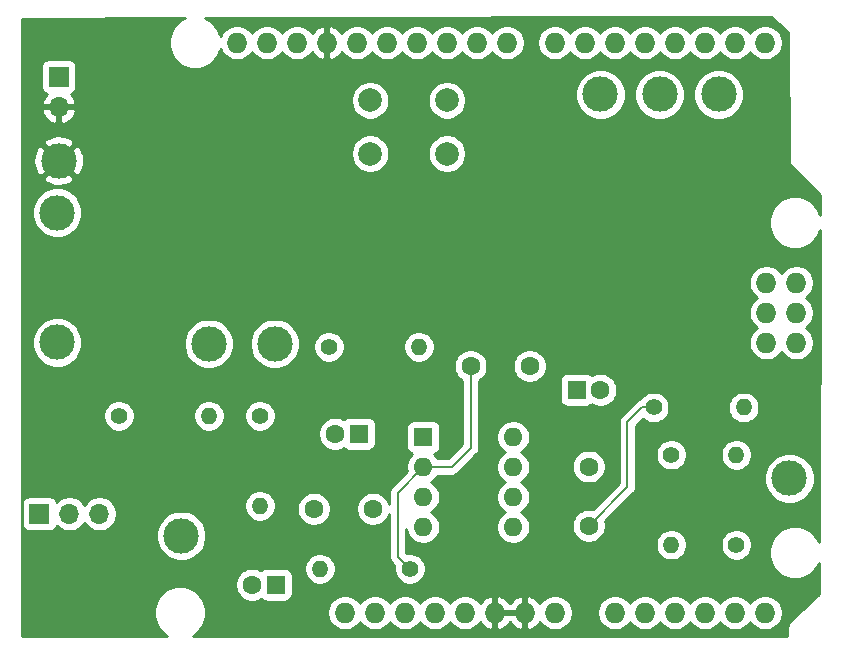
<source format=gbr>
%TF.GenerationSoftware,KiCad,Pcbnew,(5.1.5)-3*%
%TF.CreationDate,2020-05-16T12:13:26+02:00*%
%TF.ProjectId,30_PCB,33305f50-4342-42e6-9b69-6361645f7063,V1.1*%
%TF.SameCoordinates,Original*%
%TF.FileFunction,Copper,L4,Bot*%
%TF.FilePolarity,Positive*%
%FSLAX46Y46*%
G04 Gerber Fmt 4.6, Leading zero omitted, Abs format (unit mm)*
G04 Created by KiCad (PCBNEW (5.1.5)-3) date 2020-05-16 12:13:26*
%MOMM*%
%LPD*%
G04 APERTURE LIST*
%ADD10O,1.727200X1.727200*%
%ADD11R,1.700000X1.700000*%
%ADD12O,1.700000X1.700000*%
%ADD13C,3.000000*%
%ADD14R,1.600000X1.600000*%
%ADD15C,1.600000*%
%ADD16C,1.400000*%
%ADD17O,1.400000X1.400000*%
%ADD18C,2.000000*%
%ADD19O,1.600000X1.600000*%
%ADD20C,0.200000*%
%ADD21C,0.254000*%
G04 APERTURE END LIST*
D10*
X132052001Y-80935001D03*
X131925001Y-108875001D03*
X129385001Y-108875001D03*
X126845001Y-108875001D03*
X124305001Y-108875001D03*
X121765001Y-108875001D03*
X96365001Y-108875001D03*
X102461001Y-60615001D03*
X99921001Y-60615001D03*
X97381001Y-60615001D03*
X92301001Y-60615001D03*
X89761001Y-60615001D03*
X87221001Y-60615001D03*
X105001001Y-60615001D03*
X107541001Y-60615001D03*
X110081001Y-60615001D03*
X94841001Y-60615001D03*
X114145001Y-60615001D03*
X116685001Y-60615001D03*
X119225001Y-60615001D03*
X121765001Y-60615001D03*
X124305001Y-60615001D03*
X126845001Y-60615001D03*
X129385001Y-60615001D03*
X131925001Y-60615001D03*
X98905001Y-108875001D03*
X101445001Y-108875001D03*
X103985001Y-108875001D03*
X106525001Y-108875001D03*
X109065001Y-108875001D03*
X111605001Y-108875001D03*
X114145001Y-108875001D03*
X119225001Y-108875001D03*
X134592001Y-80935001D03*
X132052001Y-83475001D03*
X134592001Y-83475001D03*
X134592001Y-86015001D03*
X132052001Y-86015001D03*
D11*
X70500000Y-100500000D03*
D12*
X73040000Y-100500000D03*
X75580000Y-100500000D03*
D13*
X72000000Y-75000000D03*
X72136000Y-70612000D03*
X118000000Y-65000000D03*
X123000000Y-65000000D03*
X128000000Y-65000000D03*
D14*
X97536000Y-93726000D03*
D15*
X95536000Y-93726000D03*
X88500000Y-106500000D03*
D14*
X90500000Y-106500000D03*
D15*
X112000000Y-88000000D03*
X107000000Y-88000000D03*
X93726000Y-100076000D03*
X98726000Y-100076000D03*
D14*
X116000000Y-90000000D03*
D15*
X118000000Y-90000000D03*
X117000000Y-96500000D03*
X117000000Y-101500000D03*
D13*
X72000000Y-86000000D03*
D11*
X72136000Y-63500000D03*
D12*
X72136000Y-66040000D03*
D16*
X77216000Y-92202000D03*
D17*
X84836000Y-92202000D03*
X89154000Y-99822000D03*
D16*
X89154000Y-92202000D03*
X101854000Y-105156000D03*
D17*
X94234000Y-105156000D03*
D16*
X94996000Y-86360000D03*
D17*
X102616000Y-86360000D03*
X130120000Y-91500000D03*
D16*
X122500000Y-91500000D03*
X124000000Y-95500000D03*
D17*
X124000000Y-103120000D03*
X129500000Y-95504000D03*
D16*
X129500000Y-103124000D03*
D13*
X84836000Y-86106000D03*
D18*
X98500000Y-70000000D03*
X98500000Y-65500000D03*
X105000000Y-70000000D03*
X105000000Y-65500000D03*
D14*
X103000000Y-94000000D03*
D19*
X110620000Y-101620000D03*
X103000000Y-96540000D03*
X110620000Y-99080000D03*
X103000000Y-99080000D03*
X110620000Y-96540000D03*
X103000000Y-101620000D03*
X110620000Y-94000000D03*
D13*
X82500000Y-102362000D03*
X90424000Y-86106000D03*
X134000000Y-97500000D03*
D20*
X103000000Y-96540000D02*
X105390000Y-96540000D01*
X107000000Y-94930000D02*
X107000000Y-88000000D01*
X105390000Y-96540000D02*
X107000000Y-94930000D01*
X103000000Y-96540000D02*
X100838000Y-98702000D01*
X100838000Y-104140000D02*
X101854000Y-105156000D01*
X100838000Y-98702000D02*
X100838000Y-104140000D01*
X121510051Y-91500000D02*
X120269000Y-92741051D01*
X122500000Y-91500000D02*
X121510051Y-91500000D01*
X120269000Y-98231000D02*
X117000000Y-101500000D01*
X120269000Y-92741051D02*
X120269000Y-98231000D01*
D21*
G36*
X133836263Y-59726835D02*
G01*
X133959632Y-70583331D01*
X133956808Y-70612000D01*
X133960368Y-70648147D01*
X133960411Y-70651916D01*
X133963553Y-70680487D01*
X133969551Y-70741382D01*
X133970649Y-70745002D01*
X133971063Y-70748766D01*
X133989513Y-70807190D01*
X134007290Y-70865792D01*
X134009074Y-70869130D01*
X134010214Y-70872739D01*
X134039686Y-70926402D01*
X134068575Y-70980450D01*
X134070978Y-70983378D01*
X134072798Y-70986692D01*
X134112182Y-71033585D01*
X134130386Y-71055766D01*
X134133044Y-71058424D01*
X134156411Y-71086246D01*
X134178893Y-71104273D01*
X136625987Y-73551368D01*
X136619764Y-75231498D01*
X136614111Y-75203076D01*
X136445632Y-74796332D01*
X136201039Y-74430272D01*
X135889730Y-74118963D01*
X135523670Y-73874370D01*
X135116926Y-73705891D01*
X134685129Y-73620001D01*
X134244873Y-73620001D01*
X133813076Y-73705891D01*
X133406332Y-73874370D01*
X133040272Y-74118963D01*
X132728963Y-74430272D01*
X132484370Y-74796332D01*
X132315891Y-75203076D01*
X132230001Y-75634873D01*
X132230001Y-76075129D01*
X132315891Y-76506926D01*
X132484370Y-76913670D01*
X132728963Y-77279730D01*
X133040272Y-77591039D01*
X133406332Y-77835632D01*
X133813076Y-78004111D01*
X134244873Y-78090001D01*
X134685129Y-78090001D01*
X135116926Y-78004111D01*
X135523670Y-77835632D01*
X135889730Y-77591039D01*
X136201039Y-77279730D01*
X136445632Y-76913670D01*
X136614111Y-76506926D01*
X136615058Y-76502164D01*
X136517254Y-102909244D01*
X136445632Y-102736332D01*
X136201039Y-102370272D01*
X135889730Y-102058963D01*
X135523670Y-101814370D01*
X135116926Y-101645891D01*
X134685129Y-101560001D01*
X134244873Y-101560001D01*
X133813076Y-101645891D01*
X133406332Y-101814370D01*
X133040272Y-102058963D01*
X132728963Y-102370272D01*
X132484370Y-102736332D01*
X132315891Y-103143076D01*
X132230001Y-103574873D01*
X132230001Y-104015129D01*
X132315891Y-104446926D01*
X132484370Y-104853670D01*
X132728963Y-105219730D01*
X133040272Y-105531039D01*
X133406332Y-105775632D01*
X133813076Y-105944111D01*
X134244873Y-106030001D01*
X134685129Y-106030001D01*
X135116926Y-105944111D01*
X135523670Y-105775632D01*
X135889730Y-105531039D01*
X136201039Y-105219730D01*
X136445632Y-104853670D01*
X136510634Y-104696741D01*
X136501047Y-107285146D01*
X134055464Y-109614273D01*
X134024052Y-109640052D01*
X133987921Y-109684078D01*
X133950723Y-109727215D01*
X133946724Y-109734277D01*
X133941575Y-109740551D01*
X133914718Y-109790798D01*
X133886661Y-109840344D01*
X133884118Y-109848047D01*
X133880290Y-109855208D01*
X133863749Y-109909735D01*
X133845899Y-109963796D01*
X133844907Y-109971847D01*
X133842550Y-109979618D01*
X133836964Y-110036333D01*
X133830005Y-110092830D01*
X133833000Y-110133347D01*
X133833001Y-110846000D01*
X83468085Y-110846000D01*
X83819730Y-110611039D01*
X84131039Y-110299730D01*
X84375632Y-109933670D01*
X84544111Y-109526926D01*
X84630001Y-109095129D01*
X84630001Y-108727402D01*
X94866401Y-108727402D01*
X94866401Y-109022600D01*
X94923991Y-109312126D01*
X95036959Y-109584854D01*
X95200962Y-109830303D01*
X95409699Y-110039040D01*
X95655148Y-110203043D01*
X95927876Y-110316011D01*
X96217402Y-110373601D01*
X96512600Y-110373601D01*
X96802126Y-110316011D01*
X97074854Y-110203043D01*
X97320303Y-110039040D01*
X97529040Y-109830303D01*
X97635001Y-109671720D01*
X97740962Y-109830303D01*
X97949699Y-110039040D01*
X98195148Y-110203043D01*
X98467876Y-110316011D01*
X98757402Y-110373601D01*
X99052600Y-110373601D01*
X99342126Y-110316011D01*
X99614854Y-110203043D01*
X99860303Y-110039040D01*
X100069040Y-109830303D01*
X100175001Y-109671720D01*
X100280962Y-109830303D01*
X100489699Y-110039040D01*
X100735148Y-110203043D01*
X101007876Y-110316011D01*
X101297402Y-110373601D01*
X101592600Y-110373601D01*
X101882126Y-110316011D01*
X102154854Y-110203043D01*
X102400303Y-110039040D01*
X102609040Y-109830303D01*
X102715001Y-109671720D01*
X102820962Y-109830303D01*
X103029699Y-110039040D01*
X103275148Y-110203043D01*
X103547876Y-110316011D01*
X103837402Y-110373601D01*
X104132600Y-110373601D01*
X104422126Y-110316011D01*
X104694854Y-110203043D01*
X104940303Y-110039040D01*
X105149040Y-109830303D01*
X105255001Y-109671720D01*
X105360962Y-109830303D01*
X105569699Y-110039040D01*
X105815148Y-110203043D01*
X106087876Y-110316011D01*
X106377402Y-110373601D01*
X106672600Y-110373601D01*
X106962126Y-110316011D01*
X107234854Y-110203043D01*
X107480303Y-110039040D01*
X107689040Y-109830303D01*
X107796693Y-109669188D01*
X107958147Y-109885294D01*
X108176513Y-110081818D01*
X108429023Y-110231965D01*
X108705974Y-110329964D01*
X108938001Y-110209465D01*
X108938001Y-109002001D01*
X109192001Y-109002001D01*
X109192001Y-110209465D01*
X109424028Y-110329964D01*
X109700979Y-110231965D01*
X109953489Y-110081818D01*
X110171855Y-109885294D01*
X110335001Y-109666923D01*
X110498147Y-109885294D01*
X110716513Y-110081818D01*
X110969023Y-110231965D01*
X111245974Y-110329964D01*
X111478001Y-110209465D01*
X111478001Y-109002001D01*
X109192001Y-109002001D01*
X108938001Y-109002001D01*
X108918001Y-109002001D01*
X108918001Y-108748001D01*
X108938001Y-108748001D01*
X108938001Y-107540537D01*
X109192001Y-107540537D01*
X109192001Y-108748001D01*
X111478001Y-108748001D01*
X111478001Y-107540537D01*
X111732001Y-107540537D01*
X111732001Y-108748001D01*
X111752001Y-108748001D01*
X111752001Y-109002001D01*
X111732001Y-109002001D01*
X111732001Y-110209465D01*
X111964028Y-110329964D01*
X112240979Y-110231965D01*
X112493489Y-110081818D01*
X112711855Y-109885294D01*
X112873309Y-109669188D01*
X112980962Y-109830303D01*
X113189699Y-110039040D01*
X113435148Y-110203043D01*
X113707876Y-110316011D01*
X113997402Y-110373601D01*
X114292600Y-110373601D01*
X114582126Y-110316011D01*
X114854854Y-110203043D01*
X115100303Y-110039040D01*
X115309040Y-109830303D01*
X115473043Y-109584854D01*
X115586011Y-109312126D01*
X115643601Y-109022600D01*
X115643601Y-108727402D01*
X117726401Y-108727402D01*
X117726401Y-109022600D01*
X117783991Y-109312126D01*
X117896959Y-109584854D01*
X118060962Y-109830303D01*
X118269699Y-110039040D01*
X118515148Y-110203043D01*
X118787876Y-110316011D01*
X119077402Y-110373601D01*
X119372600Y-110373601D01*
X119662126Y-110316011D01*
X119934854Y-110203043D01*
X120180303Y-110039040D01*
X120389040Y-109830303D01*
X120495001Y-109671720D01*
X120600962Y-109830303D01*
X120809699Y-110039040D01*
X121055148Y-110203043D01*
X121327876Y-110316011D01*
X121617402Y-110373601D01*
X121912600Y-110373601D01*
X122202126Y-110316011D01*
X122474854Y-110203043D01*
X122720303Y-110039040D01*
X122929040Y-109830303D01*
X123035001Y-109671720D01*
X123140962Y-109830303D01*
X123349699Y-110039040D01*
X123595148Y-110203043D01*
X123867876Y-110316011D01*
X124157402Y-110373601D01*
X124452600Y-110373601D01*
X124742126Y-110316011D01*
X125014854Y-110203043D01*
X125260303Y-110039040D01*
X125469040Y-109830303D01*
X125575001Y-109671720D01*
X125680962Y-109830303D01*
X125889699Y-110039040D01*
X126135148Y-110203043D01*
X126407876Y-110316011D01*
X126697402Y-110373601D01*
X126992600Y-110373601D01*
X127282126Y-110316011D01*
X127554854Y-110203043D01*
X127800303Y-110039040D01*
X128009040Y-109830303D01*
X128115001Y-109671720D01*
X128220962Y-109830303D01*
X128429699Y-110039040D01*
X128675148Y-110203043D01*
X128947876Y-110316011D01*
X129237402Y-110373601D01*
X129532600Y-110373601D01*
X129822126Y-110316011D01*
X130094854Y-110203043D01*
X130340303Y-110039040D01*
X130549040Y-109830303D01*
X130655001Y-109671720D01*
X130760962Y-109830303D01*
X130969699Y-110039040D01*
X131215148Y-110203043D01*
X131487876Y-110316011D01*
X131777402Y-110373601D01*
X132072600Y-110373601D01*
X132362126Y-110316011D01*
X132634854Y-110203043D01*
X132880303Y-110039040D01*
X133089040Y-109830303D01*
X133253043Y-109584854D01*
X133366011Y-109312126D01*
X133423601Y-109022600D01*
X133423601Y-108727402D01*
X133366011Y-108437876D01*
X133253043Y-108165148D01*
X133089040Y-107919699D01*
X132880303Y-107710962D01*
X132634854Y-107546959D01*
X132362126Y-107433991D01*
X132072600Y-107376401D01*
X131777402Y-107376401D01*
X131487876Y-107433991D01*
X131215148Y-107546959D01*
X130969699Y-107710962D01*
X130760962Y-107919699D01*
X130655001Y-108078282D01*
X130549040Y-107919699D01*
X130340303Y-107710962D01*
X130094854Y-107546959D01*
X129822126Y-107433991D01*
X129532600Y-107376401D01*
X129237402Y-107376401D01*
X128947876Y-107433991D01*
X128675148Y-107546959D01*
X128429699Y-107710962D01*
X128220962Y-107919699D01*
X128115001Y-108078282D01*
X128009040Y-107919699D01*
X127800303Y-107710962D01*
X127554854Y-107546959D01*
X127282126Y-107433991D01*
X126992600Y-107376401D01*
X126697402Y-107376401D01*
X126407876Y-107433991D01*
X126135148Y-107546959D01*
X125889699Y-107710962D01*
X125680962Y-107919699D01*
X125575001Y-108078282D01*
X125469040Y-107919699D01*
X125260303Y-107710962D01*
X125014854Y-107546959D01*
X124742126Y-107433991D01*
X124452600Y-107376401D01*
X124157402Y-107376401D01*
X123867876Y-107433991D01*
X123595148Y-107546959D01*
X123349699Y-107710962D01*
X123140962Y-107919699D01*
X123035001Y-108078282D01*
X122929040Y-107919699D01*
X122720303Y-107710962D01*
X122474854Y-107546959D01*
X122202126Y-107433991D01*
X121912600Y-107376401D01*
X121617402Y-107376401D01*
X121327876Y-107433991D01*
X121055148Y-107546959D01*
X120809699Y-107710962D01*
X120600962Y-107919699D01*
X120495001Y-108078282D01*
X120389040Y-107919699D01*
X120180303Y-107710962D01*
X119934854Y-107546959D01*
X119662126Y-107433991D01*
X119372600Y-107376401D01*
X119077402Y-107376401D01*
X118787876Y-107433991D01*
X118515148Y-107546959D01*
X118269699Y-107710962D01*
X118060962Y-107919699D01*
X117896959Y-108165148D01*
X117783991Y-108437876D01*
X117726401Y-108727402D01*
X115643601Y-108727402D01*
X115586011Y-108437876D01*
X115473043Y-108165148D01*
X115309040Y-107919699D01*
X115100303Y-107710962D01*
X114854854Y-107546959D01*
X114582126Y-107433991D01*
X114292600Y-107376401D01*
X113997402Y-107376401D01*
X113707876Y-107433991D01*
X113435148Y-107546959D01*
X113189699Y-107710962D01*
X112980962Y-107919699D01*
X112873309Y-108080814D01*
X112711855Y-107864708D01*
X112493489Y-107668184D01*
X112240979Y-107518037D01*
X111964028Y-107420038D01*
X111732001Y-107540537D01*
X111478001Y-107540537D01*
X111245974Y-107420038D01*
X110969023Y-107518037D01*
X110716513Y-107668184D01*
X110498147Y-107864708D01*
X110335001Y-108083079D01*
X110171855Y-107864708D01*
X109953489Y-107668184D01*
X109700979Y-107518037D01*
X109424028Y-107420038D01*
X109192001Y-107540537D01*
X108938001Y-107540537D01*
X108705974Y-107420038D01*
X108429023Y-107518037D01*
X108176513Y-107668184D01*
X107958147Y-107864708D01*
X107796693Y-108080814D01*
X107689040Y-107919699D01*
X107480303Y-107710962D01*
X107234854Y-107546959D01*
X106962126Y-107433991D01*
X106672600Y-107376401D01*
X106377402Y-107376401D01*
X106087876Y-107433991D01*
X105815148Y-107546959D01*
X105569699Y-107710962D01*
X105360962Y-107919699D01*
X105255001Y-108078282D01*
X105149040Y-107919699D01*
X104940303Y-107710962D01*
X104694854Y-107546959D01*
X104422126Y-107433991D01*
X104132600Y-107376401D01*
X103837402Y-107376401D01*
X103547876Y-107433991D01*
X103275148Y-107546959D01*
X103029699Y-107710962D01*
X102820962Y-107919699D01*
X102715001Y-108078282D01*
X102609040Y-107919699D01*
X102400303Y-107710962D01*
X102154854Y-107546959D01*
X101882126Y-107433991D01*
X101592600Y-107376401D01*
X101297402Y-107376401D01*
X101007876Y-107433991D01*
X100735148Y-107546959D01*
X100489699Y-107710962D01*
X100280962Y-107919699D01*
X100175001Y-108078282D01*
X100069040Y-107919699D01*
X99860303Y-107710962D01*
X99614854Y-107546959D01*
X99342126Y-107433991D01*
X99052600Y-107376401D01*
X98757402Y-107376401D01*
X98467876Y-107433991D01*
X98195148Y-107546959D01*
X97949699Y-107710962D01*
X97740962Y-107919699D01*
X97635001Y-108078282D01*
X97529040Y-107919699D01*
X97320303Y-107710962D01*
X97074854Y-107546959D01*
X96802126Y-107433991D01*
X96512600Y-107376401D01*
X96217402Y-107376401D01*
X95927876Y-107433991D01*
X95655148Y-107546959D01*
X95409699Y-107710962D01*
X95200962Y-107919699D01*
X95036959Y-108165148D01*
X94923991Y-108437876D01*
X94866401Y-108727402D01*
X84630001Y-108727402D01*
X84630001Y-108654873D01*
X84544111Y-108223076D01*
X84375632Y-107816332D01*
X84131039Y-107450272D01*
X83819730Y-107138963D01*
X83453670Y-106894370D01*
X83046926Y-106725891D01*
X82615129Y-106640001D01*
X82174873Y-106640001D01*
X81743076Y-106725891D01*
X81336332Y-106894370D01*
X80970272Y-107138963D01*
X80658963Y-107450272D01*
X80414370Y-107816332D01*
X80245891Y-108223076D01*
X80160001Y-108654873D01*
X80160001Y-109095129D01*
X80245891Y-109526926D01*
X80414370Y-109933670D01*
X80658963Y-110299730D01*
X80970272Y-110611039D01*
X81321917Y-110846000D01*
X68986000Y-110846000D01*
X68986000Y-106358665D01*
X87065000Y-106358665D01*
X87065000Y-106641335D01*
X87120147Y-106918574D01*
X87228320Y-107179727D01*
X87385363Y-107414759D01*
X87585241Y-107614637D01*
X87820273Y-107771680D01*
X88081426Y-107879853D01*
X88358665Y-107935000D01*
X88641335Y-107935000D01*
X88918574Y-107879853D01*
X89179727Y-107771680D01*
X89235210Y-107734607D01*
X89248815Y-107751185D01*
X89345506Y-107830537D01*
X89455820Y-107889502D01*
X89575518Y-107925812D01*
X89700000Y-107938072D01*
X91300000Y-107938072D01*
X91424482Y-107925812D01*
X91544180Y-107889502D01*
X91654494Y-107830537D01*
X91751185Y-107751185D01*
X91830537Y-107654494D01*
X91889502Y-107544180D01*
X91925812Y-107424482D01*
X91938072Y-107300000D01*
X91938072Y-105700000D01*
X91925812Y-105575518D01*
X91889502Y-105455820D01*
X91830537Y-105345506D01*
X91751185Y-105248815D01*
X91654494Y-105169463D01*
X91544180Y-105110498D01*
X91424482Y-105074188D01*
X91300000Y-105061928D01*
X89700000Y-105061928D01*
X89575518Y-105074188D01*
X89455820Y-105110498D01*
X89345506Y-105169463D01*
X89248815Y-105248815D01*
X89235210Y-105265393D01*
X89179727Y-105228320D01*
X88918574Y-105120147D01*
X88641335Y-105065000D01*
X88358665Y-105065000D01*
X88081426Y-105120147D01*
X87820273Y-105228320D01*
X87585241Y-105385363D01*
X87385363Y-105585241D01*
X87228320Y-105820273D01*
X87120147Y-106081426D01*
X87065000Y-106358665D01*
X68986000Y-106358665D01*
X68986000Y-105024514D01*
X92899000Y-105024514D01*
X92899000Y-105287486D01*
X92950304Y-105545405D01*
X93050939Y-105788359D01*
X93197038Y-106007013D01*
X93382987Y-106192962D01*
X93601641Y-106339061D01*
X93844595Y-106439696D01*
X94102514Y-106491000D01*
X94365486Y-106491000D01*
X94623405Y-106439696D01*
X94866359Y-106339061D01*
X95085013Y-106192962D01*
X95270962Y-106007013D01*
X95417061Y-105788359D01*
X95517696Y-105545405D01*
X95569000Y-105287486D01*
X95569000Y-105024514D01*
X95517696Y-104766595D01*
X95417061Y-104523641D01*
X95270962Y-104304987D01*
X95085013Y-104119038D01*
X94866359Y-103972939D01*
X94623405Y-103872304D01*
X94365486Y-103821000D01*
X94102514Y-103821000D01*
X93844595Y-103872304D01*
X93601641Y-103972939D01*
X93382987Y-104119038D01*
X93197038Y-104304987D01*
X93050939Y-104523641D01*
X92950304Y-104766595D01*
X92899000Y-105024514D01*
X68986000Y-105024514D01*
X68986000Y-102151721D01*
X80365000Y-102151721D01*
X80365000Y-102572279D01*
X80447047Y-102984756D01*
X80607988Y-103373302D01*
X80841637Y-103722983D01*
X81139017Y-104020363D01*
X81488698Y-104254012D01*
X81877244Y-104414953D01*
X82289721Y-104497000D01*
X82710279Y-104497000D01*
X83122756Y-104414953D01*
X83511302Y-104254012D01*
X83860983Y-104020363D01*
X84158363Y-103722983D01*
X84392012Y-103373302D01*
X84552953Y-102984756D01*
X84635000Y-102572279D01*
X84635000Y-102151721D01*
X84552953Y-101739244D01*
X84392012Y-101350698D01*
X84158363Y-101001017D01*
X83860983Y-100703637D01*
X83511302Y-100469988D01*
X83122756Y-100309047D01*
X82710279Y-100227000D01*
X82289721Y-100227000D01*
X81877244Y-100309047D01*
X81488698Y-100469988D01*
X81139017Y-100703637D01*
X80841637Y-101001017D01*
X80607988Y-101350698D01*
X80447047Y-101739244D01*
X80365000Y-102151721D01*
X68986000Y-102151721D01*
X68986000Y-99650000D01*
X69011928Y-99650000D01*
X69011928Y-101350000D01*
X69024188Y-101474482D01*
X69060498Y-101594180D01*
X69119463Y-101704494D01*
X69198815Y-101801185D01*
X69295506Y-101880537D01*
X69405820Y-101939502D01*
X69525518Y-101975812D01*
X69650000Y-101988072D01*
X71350000Y-101988072D01*
X71474482Y-101975812D01*
X71594180Y-101939502D01*
X71704494Y-101880537D01*
X71801185Y-101801185D01*
X71880537Y-101704494D01*
X71939502Y-101594180D01*
X71961513Y-101521620D01*
X72093368Y-101653475D01*
X72336589Y-101815990D01*
X72606842Y-101927932D01*
X72893740Y-101985000D01*
X73186260Y-101985000D01*
X73473158Y-101927932D01*
X73743411Y-101815990D01*
X73986632Y-101653475D01*
X74193475Y-101446632D01*
X74310000Y-101272240D01*
X74426525Y-101446632D01*
X74633368Y-101653475D01*
X74876589Y-101815990D01*
X75146842Y-101927932D01*
X75433740Y-101985000D01*
X75726260Y-101985000D01*
X76013158Y-101927932D01*
X76283411Y-101815990D01*
X76526632Y-101653475D01*
X76733475Y-101446632D01*
X76895990Y-101203411D01*
X77007932Y-100933158D01*
X77065000Y-100646260D01*
X77065000Y-100353740D01*
X77007932Y-100066842D01*
X76895990Y-99796589D01*
X76825113Y-99690514D01*
X87819000Y-99690514D01*
X87819000Y-99953486D01*
X87870304Y-100211405D01*
X87970939Y-100454359D01*
X88117038Y-100673013D01*
X88302987Y-100858962D01*
X88521641Y-101005061D01*
X88764595Y-101105696D01*
X89022514Y-101157000D01*
X89285486Y-101157000D01*
X89543405Y-101105696D01*
X89786359Y-101005061D01*
X90005013Y-100858962D01*
X90190962Y-100673013D01*
X90337061Y-100454359D01*
X90437696Y-100211405D01*
X90489000Y-99953486D01*
X90489000Y-99934665D01*
X92291000Y-99934665D01*
X92291000Y-100217335D01*
X92346147Y-100494574D01*
X92454320Y-100755727D01*
X92611363Y-100990759D01*
X92811241Y-101190637D01*
X93046273Y-101347680D01*
X93307426Y-101455853D01*
X93584665Y-101511000D01*
X93867335Y-101511000D01*
X94144574Y-101455853D01*
X94405727Y-101347680D01*
X94640759Y-101190637D01*
X94840637Y-100990759D01*
X94997680Y-100755727D01*
X95105853Y-100494574D01*
X95161000Y-100217335D01*
X95161000Y-99934665D01*
X97291000Y-99934665D01*
X97291000Y-100217335D01*
X97346147Y-100494574D01*
X97454320Y-100755727D01*
X97611363Y-100990759D01*
X97811241Y-101190637D01*
X98046273Y-101347680D01*
X98307426Y-101455853D01*
X98584665Y-101511000D01*
X98867335Y-101511000D01*
X99144574Y-101455853D01*
X99405727Y-101347680D01*
X99640759Y-101190637D01*
X99840637Y-100990759D01*
X99997680Y-100755727D01*
X100103000Y-100501461D01*
X100103001Y-104103885D01*
X100099444Y-104140000D01*
X100113635Y-104284085D01*
X100151133Y-104407696D01*
X100155664Y-104422633D01*
X100223914Y-104550320D01*
X100315763Y-104662238D01*
X100343808Y-104685254D01*
X100546221Y-104887667D01*
X100519000Y-105024514D01*
X100519000Y-105287486D01*
X100570304Y-105545405D01*
X100670939Y-105788359D01*
X100817038Y-106007013D01*
X101002987Y-106192962D01*
X101221641Y-106339061D01*
X101464595Y-106439696D01*
X101722514Y-106491000D01*
X101985486Y-106491000D01*
X102243405Y-106439696D01*
X102486359Y-106339061D01*
X102705013Y-106192962D01*
X102890962Y-106007013D01*
X103037061Y-105788359D01*
X103137696Y-105545405D01*
X103189000Y-105287486D01*
X103189000Y-105024514D01*
X103137696Y-104766595D01*
X103037061Y-104523641D01*
X102890962Y-104304987D01*
X102705013Y-104119038D01*
X102486359Y-103972939D01*
X102243405Y-103872304D01*
X101985486Y-103821000D01*
X101722514Y-103821000D01*
X101585667Y-103848221D01*
X101573000Y-103835554D01*
X101573000Y-101801553D01*
X101620147Y-102038574D01*
X101728320Y-102299727D01*
X101885363Y-102534759D01*
X102085241Y-102734637D01*
X102320273Y-102891680D01*
X102581426Y-102999853D01*
X102858665Y-103055000D01*
X103141335Y-103055000D01*
X103418574Y-102999853D01*
X103679727Y-102891680D01*
X103914759Y-102734637D01*
X104114637Y-102534759D01*
X104271680Y-102299727D01*
X104379853Y-102038574D01*
X104435000Y-101761335D01*
X104435000Y-101478665D01*
X104379853Y-101201426D01*
X104271680Y-100940273D01*
X104114637Y-100705241D01*
X103914759Y-100505363D01*
X103682241Y-100350000D01*
X103914759Y-100194637D01*
X104114637Y-99994759D01*
X104271680Y-99759727D01*
X104379853Y-99498574D01*
X104435000Y-99221335D01*
X104435000Y-98938665D01*
X104379853Y-98661426D01*
X104271680Y-98400273D01*
X104114637Y-98165241D01*
X103914759Y-97965363D01*
X103682241Y-97810000D01*
X103914759Y-97654637D01*
X104114637Y-97454759D01*
X104234748Y-97275000D01*
X105353895Y-97275000D01*
X105390000Y-97278556D01*
X105426105Y-97275000D01*
X105534085Y-97264365D01*
X105672633Y-97222337D01*
X105800320Y-97154087D01*
X105912238Y-97062238D01*
X105935258Y-97034188D01*
X107494197Y-95475250D01*
X107522237Y-95452238D01*
X107545250Y-95424197D01*
X107545253Y-95424194D01*
X107614087Y-95340320D01*
X107650776Y-95271680D01*
X107682337Y-95212633D01*
X107724365Y-95074085D01*
X107735000Y-94966105D01*
X107735000Y-94966104D01*
X107738556Y-94930000D01*
X107735000Y-94893895D01*
X107735000Y-93858665D01*
X109185000Y-93858665D01*
X109185000Y-94141335D01*
X109240147Y-94418574D01*
X109348320Y-94679727D01*
X109505363Y-94914759D01*
X109705241Y-95114637D01*
X109937759Y-95270000D01*
X109705241Y-95425363D01*
X109505363Y-95625241D01*
X109348320Y-95860273D01*
X109240147Y-96121426D01*
X109185000Y-96398665D01*
X109185000Y-96681335D01*
X109240147Y-96958574D01*
X109348320Y-97219727D01*
X109505363Y-97454759D01*
X109705241Y-97654637D01*
X109937759Y-97810000D01*
X109705241Y-97965363D01*
X109505363Y-98165241D01*
X109348320Y-98400273D01*
X109240147Y-98661426D01*
X109185000Y-98938665D01*
X109185000Y-99221335D01*
X109240147Y-99498574D01*
X109348320Y-99759727D01*
X109505363Y-99994759D01*
X109705241Y-100194637D01*
X109937759Y-100350000D01*
X109705241Y-100505363D01*
X109505363Y-100705241D01*
X109348320Y-100940273D01*
X109240147Y-101201426D01*
X109185000Y-101478665D01*
X109185000Y-101761335D01*
X109240147Y-102038574D01*
X109348320Y-102299727D01*
X109505363Y-102534759D01*
X109705241Y-102734637D01*
X109940273Y-102891680D01*
X110201426Y-102999853D01*
X110478665Y-103055000D01*
X110761335Y-103055000D01*
X111038574Y-102999853D01*
X111065948Y-102988514D01*
X122665000Y-102988514D01*
X122665000Y-103251486D01*
X122716304Y-103509405D01*
X122816939Y-103752359D01*
X122963038Y-103971013D01*
X123148987Y-104156962D01*
X123367641Y-104303061D01*
X123610595Y-104403696D01*
X123868514Y-104455000D01*
X124131486Y-104455000D01*
X124389405Y-104403696D01*
X124632359Y-104303061D01*
X124851013Y-104156962D01*
X125036962Y-103971013D01*
X125183061Y-103752359D01*
X125283696Y-103509405D01*
X125335000Y-103251486D01*
X125335000Y-102992514D01*
X128165000Y-102992514D01*
X128165000Y-103255486D01*
X128216304Y-103513405D01*
X128316939Y-103756359D01*
X128463038Y-103975013D01*
X128648987Y-104160962D01*
X128867641Y-104307061D01*
X129110595Y-104407696D01*
X129368514Y-104459000D01*
X129631486Y-104459000D01*
X129889405Y-104407696D01*
X130132359Y-104307061D01*
X130351013Y-104160962D01*
X130536962Y-103975013D01*
X130683061Y-103756359D01*
X130783696Y-103513405D01*
X130835000Y-103255486D01*
X130835000Y-102992514D01*
X130783696Y-102734595D01*
X130683061Y-102491641D01*
X130536962Y-102272987D01*
X130351013Y-102087038D01*
X130132359Y-101940939D01*
X129889405Y-101840304D01*
X129631486Y-101789000D01*
X129368514Y-101789000D01*
X129110595Y-101840304D01*
X128867641Y-101940939D01*
X128648987Y-102087038D01*
X128463038Y-102272987D01*
X128316939Y-102491641D01*
X128216304Y-102734595D01*
X128165000Y-102992514D01*
X125335000Y-102992514D01*
X125335000Y-102988514D01*
X125283696Y-102730595D01*
X125183061Y-102487641D01*
X125036962Y-102268987D01*
X124851013Y-102083038D01*
X124632359Y-101936939D01*
X124389405Y-101836304D01*
X124131486Y-101785000D01*
X123868514Y-101785000D01*
X123610595Y-101836304D01*
X123367641Y-101936939D01*
X123148987Y-102083038D01*
X122963038Y-102268987D01*
X122816939Y-102487641D01*
X122716304Y-102730595D01*
X122665000Y-102988514D01*
X111065948Y-102988514D01*
X111299727Y-102891680D01*
X111534759Y-102734637D01*
X111734637Y-102534759D01*
X111891680Y-102299727D01*
X111999853Y-102038574D01*
X112055000Y-101761335D01*
X112055000Y-101478665D01*
X112031131Y-101358665D01*
X115565000Y-101358665D01*
X115565000Y-101641335D01*
X115620147Y-101918574D01*
X115728320Y-102179727D01*
X115885363Y-102414759D01*
X116085241Y-102614637D01*
X116320273Y-102771680D01*
X116581426Y-102879853D01*
X116858665Y-102935000D01*
X117141335Y-102935000D01*
X117418574Y-102879853D01*
X117679727Y-102771680D01*
X117914759Y-102614637D01*
X118114637Y-102414759D01*
X118271680Y-102179727D01*
X118379853Y-101918574D01*
X118435000Y-101641335D01*
X118435000Y-101358665D01*
X118392822Y-101146624D01*
X120763193Y-98776254D01*
X120791238Y-98753238D01*
X120883087Y-98641320D01*
X120951337Y-98513633D01*
X120993365Y-98375085D01*
X121004000Y-98267105D01*
X121004000Y-98267098D01*
X121007555Y-98231001D01*
X121004000Y-98194904D01*
X121004000Y-97289721D01*
X131865000Y-97289721D01*
X131865000Y-97710279D01*
X131947047Y-98122756D01*
X132107988Y-98511302D01*
X132341637Y-98860983D01*
X132639017Y-99158363D01*
X132988698Y-99392012D01*
X133377244Y-99552953D01*
X133789721Y-99635000D01*
X134210279Y-99635000D01*
X134622756Y-99552953D01*
X135011302Y-99392012D01*
X135360983Y-99158363D01*
X135658363Y-98860983D01*
X135892012Y-98511302D01*
X136052953Y-98122756D01*
X136135000Y-97710279D01*
X136135000Y-97289721D01*
X136052953Y-96877244D01*
X135892012Y-96488698D01*
X135658363Y-96139017D01*
X135360983Y-95841637D01*
X135011302Y-95607988D01*
X134622756Y-95447047D01*
X134210279Y-95365000D01*
X133789721Y-95365000D01*
X133377244Y-95447047D01*
X132988698Y-95607988D01*
X132639017Y-95841637D01*
X132341637Y-96139017D01*
X132107988Y-96488698D01*
X131947047Y-96877244D01*
X131865000Y-97289721D01*
X121004000Y-97289721D01*
X121004000Y-95368514D01*
X122665000Y-95368514D01*
X122665000Y-95631486D01*
X122716304Y-95889405D01*
X122816939Y-96132359D01*
X122963038Y-96351013D01*
X123148987Y-96536962D01*
X123367641Y-96683061D01*
X123610595Y-96783696D01*
X123868514Y-96835000D01*
X124131486Y-96835000D01*
X124389405Y-96783696D01*
X124632359Y-96683061D01*
X124851013Y-96536962D01*
X125036962Y-96351013D01*
X125183061Y-96132359D01*
X125283696Y-95889405D01*
X125335000Y-95631486D01*
X125335000Y-95372514D01*
X128165000Y-95372514D01*
X128165000Y-95635486D01*
X128216304Y-95893405D01*
X128316939Y-96136359D01*
X128463038Y-96355013D01*
X128648987Y-96540962D01*
X128867641Y-96687061D01*
X129110595Y-96787696D01*
X129368514Y-96839000D01*
X129631486Y-96839000D01*
X129889405Y-96787696D01*
X130132359Y-96687061D01*
X130351013Y-96540962D01*
X130536962Y-96355013D01*
X130683061Y-96136359D01*
X130783696Y-95893405D01*
X130835000Y-95635486D01*
X130835000Y-95372514D01*
X130783696Y-95114595D01*
X130683061Y-94871641D01*
X130536962Y-94652987D01*
X130351013Y-94467038D01*
X130132359Y-94320939D01*
X129889405Y-94220304D01*
X129631486Y-94169000D01*
X129368514Y-94169000D01*
X129110595Y-94220304D01*
X128867641Y-94320939D01*
X128648987Y-94467038D01*
X128463038Y-94652987D01*
X128316939Y-94871641D01*
X128216304Y-95114595D01*
X128165000Y-95372514D01*
X125335000Y-95372514D01*
X125335000Y-95368514D01*
X125283696Y-95110595D01*
X125183061Y-94867641D01*
X125036962Y-94648987D01*
X124851013Y-94463038D01*
X124632359Y-94316939D01*
X124389405Y-94216304D01*
X124131486Y-94165000D01*
X123868514Y-94165000D01*
X123610595Y-94216304D01*
X123367641Y-94316939D01*
X123148987Y-94463038D01*
X122963038Y-94648987D01*
X122816939Y-94867641D01*
X122716304Y-95110595D01*
X122665000Y-95368514D01*
X121004000Y-95368514D01*
X121004000Y-93045497D01*
X121580761Y-92468736D01*
X121648987Y-92536962D01*
X121867641Y-92683061D01*
X122110595Y-92783696D01*
X122368514Y-92835000D01*
X122631486Y-92835000D01*
X122889405Y-92783696D01*
X123132359Y-92683061D01*
X123351013Y-92536962D01*
X123536962Y-92351013D01*
X123683061Y-92132359D01*
X123783696Y-91889405D01*
X123835000Y-91631486D01*
X123835000Y-91368514D01*
X128785000Y-91368514D01*
X128785000Y-91631486D01*
X128836304Y-91889405D01*
X128936939Y-92132359D01*
X129083038Y-92351013D01*
X129268987Y-92536962D01*
X129487641Y-92683061D01*
X129730595Y-92783696D01*
X129988514Y-92835000D01*
X130251486Y-92835000D01*
X130509405Y-92783696D01*
X130752359Y-92683061D01*
X130971013Y-92536962D01*
X131156962Y-92351013D01*
X131303061Y-92132359D01*
X131403696Y-91889405D01*
X131455000Y-91631486D01*
X131455000Y-91368514D01*
X131403696Y-91110595D01*
X131303061Y-90867641D01*
X131156962Y-90648987D01*
X130971013Y-90463038D01*
X130752359Y-90316939D01*
X130509405Y-90216304D01*
X130251486Y-90165000D01*
X129988514Y-90165000D01*
X129730595Y-90216304D01*
X129487641Y-90316939D01*
X129268987Y-90463038D01*
X129083038Y-90648987D01*
X128936939Y-90867641D01*
X128836304Y-91110595D01*
X128785000Y-91368514D01*
X123835000Y-91368514D01*
X123783696Y-91110595D01*
X123683061Y-90867641D01*
X123536962Y-90648987D01*
X123351013Y-90463038D01*
X123132359Y-90316939D01*
X122889405Y-90216304D01*
X122631486Y-90165000D01*
X122368514Y-90165000D01*
X122110595Y-90216304D01*
X121867641Y-90316939D01*
X121648987Y-90463038D01*
X121463038Y-90648987D01*
X121379292Y-90774323D01*
X121365965Y-90775635D01*
X121323937Y-90788384D01*
X121227418Y-90817663D01*
X121099731Y-90885913D01*
X120987813Y-90977762D01*
X120964797Y-91005807D01*
X119774808Y-92195797D01*
X119746762Y-92218814D01*
X119654913Y-92330732D01*
X119586663Y-92458419D01*
X119562837Y-92536962D01*
X119544635Y-92596966D01*
X119530444Y-92741051D01*
X119534000Y-92777156D01*
X119534001Y-97926552D01*
X117353376Y-100107178D01*
X117141335Y-100065000D01*
X116858665Y-100065000D01*
X116581426Y-100120147D01*
X116320273Y-100228320D01*
X116085241Y-100385363D01*
X115885363Y-100585241D01*
X115728320Y-100820273D01*
X115620147Y-101081426D01*
X115565000Y-101358665D01*
X112031131Y-101358665D01*
X111999853Y-101201426D01*
X111891680Y-100940273D01*
X111734637Y-100705241D01*
X111534759Y-100505363D01*
X111302241Y-100350000D01*
X111534759Y-100194637D01*
X111734637Y-99994759D01*
X111891680Y-99759727D01*
X111999853Y-99498574D01*
X112055000Y-99221335D01*
X112055000Y-98938665D01*
X111999853Y-98661426D01*
X111891680Y-98400273D01*
X111734637Y-98165241D01*
X111534759Y-97965363D01*
X111302241Y-97810000D01*
X111534759Y-97654637D01*
X111734637Y-97454759D01*
X111891680Y-97219727D01*
X111999853Y-96958574D01*
X112055000Y-96681335D01*
X112055000Y-96398665D01*
X112047044Y-96358665D01*
X115565000Y-96358665D01*
X115565000Y-96641335D01*
X115620147Y-96918574D01*
X115728320Y-97179727D01*
X115885363Y-97414759D01*
X116085241Y-97614637D01*
X116320273Y-97771680D01*
X116581426Y-97879853D01*
X116858665Y-97935000D01*
X117141335Y-97935000D01*
X117418574Y-97879853D01*
X117679727Y-97771680D01*
X117914759Y-97614637D01*
X118114637Y-97414759D01*
X118271680Y-97179727D01*
X118379853Y-96918574D01*
X118435000Y-96641335D01*
X118435000Y-96358665D01*
X118379853Y-96081426D01*
X118271680Y-95820273D01*
X118114637Y-95585241D01*
X117914759Y-95385363D01*
X117679727Y-95228320D01*
X117418574Y-95120147D01*
X117141335Y-95065000D01*
X116858665Y-95065000D01*
X116581426Y-95120147D01*
X116320273Y-95228320D01*
X116085241Y-95385363D01*
X115885363Y-95585241D01*
X115728320Y-95820273D01*
X115620147Y-96081426D01*
X115565000Y-96358665D01*
X112047044Y-96358665D01*
X111999853Y-96121426D01*
X111891680Y-95860273D01*
X111734637Y-95625241D01*
X111534759Y-95425363D01*
X111302241Y-95270000D01*
X111534759Y-95114637D01*
X111734637Y-94914759D01*
X111891680Y-94679727D01*
X111999853Y-94418574D01*
X112055000Y-94141335D01*
X112055000Y-93858665D01*
X111999853Y-93581426D01*
X111891680Y-93320273D01*
X111734637Y-93085241D01*
X111534759Y-92885363D01*
X111299727Y-92728320D01*
X111038574Y-92620147D01*
X110761335Y-92565000D01*
X110478665Y-92565000D01*
X110201426Y-92620147D01*
X109940273Y-92728320D01*
X109705241Y-92885363D01*
X109505363Y-93085241D01*
X109348320Y-93320273D01*
X109240147Y-93581426D01*
X109185000Y-93858665D01*
X107735000Y-93858665D01*
X107735000Y-89234748D01*
X107914759Y-89114637D01*
X108114637Y-88914759D01*
X108271680Y-88679727D01*
X108379853Y-88418574D01*
X108435000Y-88141335D01*
X108435000Y-87858665D01*
X110565000Y-87858665D01*
X110565000Y-88141335D01*
X110620147Y-88418574D01*
X110728320Y-88679727D01*
X110885363Y-88914759D01*
X111085241Y-89114637D01*
X111320273Y-89271680D01*
X111581426Y-89379853D01*
X111858665Y-89435000D01*
X112141335Y-89435000D01*
X112418574Y-89379853D01*
X112679727Y-89271680D01*
X112787003Y-89200000D01*
X114561928Y-89200000D01*
X114561928Y-90800000D01*
X114574188Y-90924482D01*
X114610498Y-91044180D01*
X114669463Y-91154494D01*
X114748815Y-91251185D01*
X114845506Y-91330537D01*
X114955820Y-91389502D01*
X115075518Y-91425812D01*
X115200000Y-91438072D01*
X116800000Y-91438072D01*
X116924482Y-91425812D01*
X117044180Y-91389502D01*
X117154494Y-91330537D01*
X117251185Y-91251185D01*
X117264790Y-91234607D01*
X117320273Y-91271680D01*
X117581426Y-91379853D01*
X117858665Y-91435000D01*
X118141335Y-91435000D01*
X118418574Y-91379853D01*
X118679727Y-91271680D01*
X118914759Y-91114637D01*
X119114637Y-90914759D01*
X119271680Y-90679727D01*
X119379853Y-90418574D01*
X119435000Y-90141335D01*
X119435000Y-89858665D01*
X119379853Y-89581426D01*
X119271680Y-89320273D01*
X119114637Y-89085241D01*
X118914759Y-88885363D01*
X118679727Y-88728320D01*
X118418574Y-88620147D01*
X118141335Y-88565000D01*
X117858665Y-88565000D01*
X117581426Y-88620147D01*
X117320273Y-88728320D01*
X117264790Y-88765393D01*
X117251185Y-88748815D01*
X117154494Y-88669463D01*
X117044180Y-88610498D01*
X116924482Y-88574188D01*
X116800000Y-88561928D01*
X115200000Y-88561928D01*
X115075518Y-88574188D01*
X114955820Y-88610498D01*
X114845506Y-88669463D01*
X114748815Y-88748815D01*
X114669463Y-88845506D01*
X114610498Y-88955820D01*
X114574188Y-89075518D01*
X114561928Y-89200000D01*
X112787003Y-89200000D01*
X112914759Y-89114637D01*
X113114637Y-88914759D01*
X113271680Y-88679727D01*
X113379853Y-88418574D01*
X113435000Y-88141335D01*
X113435000Y-87858665D01*
X113379853Y-87581426D01*
X113271680Y-87320273D01*
X113114637Y-87085241D01*
X112914759Y-86885363D01*
X112679727Y-86728320D01*
X112418574Y-86620147D01*
X112141335Y-86565000D01*
X111858665Y-86565000D01*
X111581426Y-86620147D01*
X111320273Y-86728320D01*
X111085241Y-86885363D01*
X110885363Y-87085241D01*
X110728320Y-87320273D01*
X110620147Y-87581426D01*
X110565000Y-87858665D01*
X108435000Y-87858665D01*
X108379853Y-87581426D01*
X108271680Y-87320273D01*
X108114637Y-87085241D01*
X107914759Y-86885363D01*
X107679727Y-86728320D01*
X107418574Y-86620147D01*
X107141335Y-86565000D01*
X106858665Y-86565000D01*
X106581426Y-86620147D01*
X106320273Y-86728320D01*
X106085241Y-86885363D01*
X105885363Y-87085241D01*
X105728320Y-87320273D01*
X105620147Y-87581426D01*
X105565000Y-87858665D01*
X105565000Y-88141335D01*
X105620147Y-88418574D01*
X105728320Y-88679727D01*
X105885363Y-88914759D01*
X106085241Y-89114637D01*
X106265001Y-89234748D01*
X106265000Y-94625553D01*
X105085554Y-95805000D01*
X104234748Y-95805000D01*
X104114637Y-95625241D01*
X103916039Y-95426643D01*
X103924482Y-95425812D01*
X104044180Y-95389502D01*
X104154494Y-95330537D01*
X104251185Y-95251185D01*
X104330537Y-95154494D01*
X104389502Y-95044180D01*
X104425812Y-94924482D01*
X104438072Y-94800000D01*
X104438072Y-93200000D01*
X104425812Y-93075518D01*
X104389502Y-92955820D01*
X104330537Y-92845506D01*
X104251185Y-92748815D01*
X104154494Y-92669463D01*
X104044180Y-92610498D01*
X103924482Y-92574188D01*
X103800000Y-92561928D01*
X102200000Y-92561928D01*
X102075518Y-92574188D01*
X101955820Y-92610498D01*
X101845506Y-92669463D01*
X101748815Y-92748815D01*
X101669463Y-92845506D01*
X101610498Y-92955820D01*
X101574188Y-93075518D01*
X101561928Y-93200000D01*
X101561928Y-94800000D01*
X101574188Y-94924482D01*
X101610498Y-95044180D01*
X101669463Y-95154494D01*
X101748815Y-95251185D01*
X101845506Y-95330537D01*
X101955820Y-95389502D01*
X102075518Y-95425812D01*
X102083961Y-95426643D01*
X101885363Y-95625241D01*
X101728320Y-95860273D01*
X101620147Y-96121426D01*
X101565000Y-96398665D01*
X101565000Y-96681335D01*
X101607178Y-96893375D01*
X100343808Y-98156746D01*
X100315762Y-98179763D01*
X100223913Y-98291681D01*
X100155663Y-98419368D01*
X100135147Y-98487000D01*
X100113635Y-98557915D01*
X100099444Y-98702000D01*
X100103000Y-98738105D01*
X100103000Y-99650539D01*
X99997680Y-99396273D01*
X99840637Y-99161241D01*
X99640759Y-98961363D01*
X99405727Y-98804320D01*
X99144574Y-98696147D01*
X98867335Y-98641000D01*
X98584665Y-98641000D01*
X98307426Y-98696147D01*
X98046273Y-98804320D01*
X97811241Y-98961363D01*
X97611363Y-99161241D01*
X97454320Y-99396273D01*
X97346147Y-99657426D01*
X97291000Y-99934665D01*
X95161000Y-99934665D01*
X95105853Y-99657426D01*
X94997680Y-99396273D01*
X94840637Y-99161241D01*
X94640759Y-98961363D01*
X94405727Y-98804320D01*
X94144574Y-98696147D01*
X93867335Y-98641000D01*
X93584665Y-98641000D01*
X93307426Y-98696147D01*
X93046273Y-98804320D01*
X92811241Y-98961363D01*
X92611363Y-99161241D01*
X92454320Y-99396273D01*
X92346147Y-99657426D01*
X92291000Y-99934665D01*
X90489000Y-99934665D01*
X90489000Y-99690514D01*
X90437696Y-99432595D01*
X90337061Y-99189641D01*
X90190962Y-98970987D01*
X90005013Y-98785038D01*
X89786359Y-98638939D01*
X89543405Y-98538304D01*
X89285486Y-98487000D01*
X89022514Y-98487000D01*
X88764595Y-98538304D01*
X88521641Y-98638939D01*
X88302987Y-98785038D01*
X88117038Y-98970987D01*
X87970939Y-99189641D01*
X87870304Y-99432595D01*
X87819000Y-99690514D01*
X76825113Y-99690514D01*
X76733475Y-99553368D01*
X76526632Y-99346525D01*
X76283411Y-99184010D01*
X76013158Y-99072068D01*
X75726260Y-99015000D01*
X75433740Y-99015000D01*
X75146842Y-99072068D01*
X74876589Y-99184010D01*
X74633368Y-99346525D01*
X74426525Y-99553368D01*
X74310000Y-99727760D01*
X74193475Y-99553368D01*
X73986632Y-99346525D01*
X73743411Y-99184010D01*
X73473158Y-99072068D01*
X73186260Y-99015000D01*
X72893740Y-99015000D01*
X72606842Y-99072068D01*
X72336589Y-99184010D01*
X72093368Y-99346525D01*
X71961513Y-99478380D01*
X71939502Y-99405820D01*
X71880537Y-99295506D01*
X71801185Y-99198815D01*
X71704494Y-99119463D01*
X71594180Y-99060498D01*
X71474482Y-99024188D01*
X71350000Y-99011928D01*
X69650000Y-99011928D01*
X69525518Y-99024188D01*
X69405820Y-99060498D01*
X69295506Y-99119463D01*
X69198815Y-99198815D01*
X69119463Y-99295506D01*
X69060498Y-99405820D01*
X69024188Y-99525518D01*
X69011928Y-99650000D01*
X68986000Y-99650000D01*
X68986000Y-93584665D01*
X94101000Y-93584665D01*
X94101000Y-93867335D01*
X94156147Y-94144574D01*
X94264320Y-94405727D01*
X94421363Y-94640759D01*
X94621241Y-94840637D01*
X94856273Y-94997680D01*
X95117426Y-95105853D01*
X95394665Y-95161000D01*
X95677335Y-95161000D01*
X95954574Y-95105853D01*
X96215727Y-94997680D01*
X96271210Y-94960607D01*
X96284815Y-94977185D01*
X96381506Y-95056537D01*
X96491820Y-95115502D01*
X96611518Y-95151812D01*
X96736000Y-95164072D01*
X98336000Y-95164072D01*
X98460482Y-95151812D01*
X98580180Y-95115502D01*
X98690494Y-95056537D01*
X98787185Y-94977185D01*
X98866537Y-94880494D01*
X98925502Y-94770180D01*
X98961812Y-94650482D01*
X98974072Y-94526000D01*
X98974072Y-92926000D01*
X98961812Y-92801518D01*
X98925502Y-92681820D01*
X98866537Y-92571506D01*
X98787185Y-92474815D01*
X98690494Y-92395463D01*
X98580180Y-92336498D01*
X98460482Y-92300188D01*
X98336000Y-92287928D01*
X96736000Y-92287928D01*
X96611518Y-92300188D01*
X96491820Y-92336498D01*
X96381506Y-92395463D01*
X96284815Y-92474815D01*
X96271210Y-92491393D01*
X96215727Y-92454320D01*
X95954574Y-92346147D01*
X95677335Y-92291000D01*
X95394665Y-92291000D01*
X95117426Y-92346147D01*
X94856273Y-92454320D01*
X94621241Y-92611363D01*
X94421363Y-92811241D01*
X94264320Y-93046273D01*
X94156147Y-93307426D01*
X94101000Y-93584665D01*
X68986000Y-93584665D01*
X68986000Y-92070514D01*
X75881000Y-92070514D01*
X75881000Y-92333486D01*
X75932304Y-92591405D01*
X76032939Y-92834359D01*
X76179038Y-93053013D01*
X76364987Y-93238962D01*
X76583641Y-93385061D01*
X76826595Y-93485696D01*
X77084514Y-93537000D01*
X77347486Y-93537000D01*
X77605405Y-93485696D01*
X77848359Y-93385061D01*
X78067013Y-93238962D01*
X78252962Y-93053013D01*
X78399061Y-92834359D01*
X78499696Y-92591405D01*
X78551000Y-92333486D01*
X78551000Y-92070514D01*
X83501000Y-92070514D01*
X83501000Y-92333486D01*
X83552304Y-92591405D01*
X83652939Y-92834359D01*
X83799038Y-93053013D01*
X83984987Y-93238962D01*
X84203641Y-93385061D01*
X84446595Y-93485696D01*
X84704514Y-93537000D01*
X84967486Y-93537000D01*
X85225405Y-93485696D01*
X85468359Y-93385061D01*
X85687013Y-93238962D01*
X85872962Y-93053013D01*
X86019061Y-92834359D01*
X86119696Y-92591405D01*
X86171000Y-92333486D01*
X86171000Y-92070514D01*
X87819000Y-92070514D01*
X87819000Y-92333486D01*
X87870304Y-92591405D01*
X87970939Y-92834359D01*
X88117038Y-93053013D01*
X88302987Y-93238962D01*
X88521641Y-93385061D01*
X88764595Y-93485696D01*
X89022514Y-93537000D01*
X89285486Y-93537000D01*
X89543405Y-93485696D01*
X89786359Y-93385061D01*
X90005013Y-93238962D01*
X90190962Y-93053013D01*
X90337061Y-92834359D01*
X90437696Y-92591405D01*
X90489000Y-92333486D01*
X90489000Y-92070514D01*
X90437696Y-91812595D01*
X90337061Y-91569641D01*
X90190962Y-91350987D01*
X90005013Y-91165038D01*
X89786359Y-91018939D01*
X89543405Y-90918304D01*
X89285486Y-90867000D01*
X89022514Y-90867000D01*
X88764595Y-90918304D01*
X88521641Y-91018939D01*
X88302987Y-91165038D01*
X88117038Y-91350987D01*
X87970939Y-91569641D01*
X87870304Y-91812595D01*
X87819000Y-92070514D01*
X86171000Y-92070514D01*
X86119696Y-91812595D01*
X86019061Y-91569641D01*
X85872962Y-91350987D01*
X85687013Y-91165038D01*
X85468359Y-91018939D01*
X85225405Y-90918304D01*
X84967486Y-90867000D01*
X84704514Y-90867000D01*
X84446595Y-90918304D01*
X84203641Y-91018939D01*
X83984987Y-91165038D01*
X83799038Y-91350987D01*
X83652939Y-91569641D01*
X83552304Y-91812595D01*
X83501000Y-92070514D01*
X78551000Y-92070514D01*
X78499696Y-91812595D01*
X78399061Y-91569641D01*
X78252962Y-91350987D01*
X78067013Y-91165038D01*
X77848359Y-91018939D01*
X77605405Y-90918304D01*
X77347486Y-90867000D01*
X77084514Y-90867000D01*
X76826595Y-90918304D01*
X76583641Y-91018939D01*
X76364987Y-91165038D01*
X76179038Y-91350987D01*
X76032939Y-91569641D01*
X75932304Y-91812595D01*
X75881000Y-92070514D01*
X68986000Y-92070514D01*
X68986000Y-85789721D01*
X69865000Y-85789721D01*
X69865000Y-86210279D01*
X69947047Y-86622756D01*
X70107988Y-87011302D01*
X70341637Y-87360983D01*
X70639017Y-87658363D01*
X70988698Y-87892012D01*
X71377244Y-88052953D01*
X71789721Y-88135000D01*
X72210279Y-88135000D01*
X72622756Y-88052953D01*
X73011302Y-87892012D01*
X73360983Y-87658363D01*
X73658363Y-87360983D01*
X73892012Y-87011302D01*
X74052953Y-86622756D01*
X74135000Y-86210279D01*
X74135000Y-85895721D01*
X82701000Y-85895721D01*
X82701000Y-86316279D01*
X82783047Y-86728756D01*
X82943988Y-87117302D01*
X83177637Y-87466983D01*
X83475017Y-87764363D01*
X83824698Y-87998012D01*
X84213244Y-88158953D01*
X84625721Y-88241000D01*
X85046279Y-88241000D01*
X85458756Y-88158953D01*
X85847302Y-87998012D01*
X86196983Y-87764363D01*
X86494363Y-87466983D01*
X86728012Y-87117302D01*
X86888953Y-86728756D01*
X86971000Y-86316279D01*
X86971000Y-85895721D01*
X88289000Y-85895721D01*
X88289000Y-86316279D01*
X88371047Y-86728756D01*
X88531988Y-87117302D01*
X88765637Y-87466983D01*
X89063017Y-87764363D01*
X89412698Y-87998012D01*
X89801244Y-88158953D01*
X90213721Y-88241000D01*
X90634279Y-88241000D01*
X91046756Y-88158953D01*
X91435302Y-87998012D01*
X91784983Y-87764363D01*
X92082363Y-87466983D01*
X92316012Y-87117302D01*
X92476953Y-86728756D01*
X92559000Y-86316279D01*
X92559000Y-86228514D01*
X93661000Y-86228514D01*
X93661000Y-86491486D01*
X93712304Y-86749405D01*
X93812939Y-86992359D01*
X93959038Y-87211013D01*
X94144987Y-87396962D01*
X94363641Y-87543061D01*
X94606595Y-87643696D01*
X94864514Y-87695000D01*
X95127486Y-87695000D01*
X95385405Y-87643696D01*
X95628359Y-87543061D01*
X95847013Y-87396962D01*
X96032962Y-87211013D01*
X96179061Y-86992359D01*
X96279696Y-86749405D01*
X96331000Y-86491486D01*
X96331000Y-86228514D01*
X101281000Y-86228514D01*
X101281000Y-86491486D01*
X101332304Y-86749405D01*
X101432939Y-86992359D01*
X101579038Y-87211013D01*
X101764987Y-87396962D01*
X101983641Y-87543061D01*
X102226595Y-87643696D01*
X102484514Y-87695000D01*
X102747486Y-87695000D01*
X103005405Y-87643696D01*
X103248359Y-87543061D01*
X103467013Y-87396962D01*
X103652962Y-87211013D01*
X103799061Y-86992359D01*
X103899696Y-86749405D01*
X103951000Y-86491486D01*
X103951000Y-86228514D01*
X103899696Y-85970595D01*
X103799061Y-85727641D01*
X103652962Y-85508987D01*
X103467013Y-85323038D01*
X103248359Y-85176939D01*
X103005405Y-85076304D01*
X102747486Y-85025000D01*
X102484514Y-85025000D01*
X102226595Y-85076304D01*
X101983641Y-85176939D01*
X101764987Y-85323038D01*
X101579038Y-85508987D01*
X101432939Y-85727641D01*
X101332304Y-85970595D01*
X101281000Y-86228514D01*
X96331000Y-86228514D01*
X96279696Y-85970595D01*
X96179061Y-85727641D01*
X96032962Y-85508987D01*
X95847013Y-85323038D01*
X95628359Y-85176939D01*
X95385405Y-85076304D01*
X95127486Y-85025000D01*
X94864514Y-85025000D01*
X94606595Y-85076304D01*
X94363641Y-85176939D01*
X94144987Y-85323038D01*
X93959038Y-85508987D01*
X93812939Y-85727641D01*
X93712304Y-85970595D01*
X93661000Y-86228514D01*
X92559000Y-86228514D01*
X92559000Y-85895721D01*
X92476953Y-85483244D01*
X92316012Y-85094698D01*
X92082363Y-84745017D01*
X91784983Y-84447637D01*
X91435302Y-84213988D01*
X91046756Y-84053047D01*
X90634279Y-83971000D01*
X90213721Y-83971000D01*
X89801244Y-84053047D01*
X89412698Y-84213988D01*
X89063017Y-84447637D01*
X88765637Y-84745017D01*
X88531988Y-85094698D01*
X88371047Y-85483244D01*
X88289000Y-85895721D01*
X86971000Y-85895721D01*
X86888953Y-85483244D01*
X86728012Y-85094698D01*
X86494363Y-84745017D01*
X86196983Y-84447637D01*
X85847302Y-84213988D01*
X85458756Y-84053047D01*
X85046279Y-83971000D01*
X84625721Y-83971000D01*
X84213244Y-84053047D01*
X83824698Y-84213988D01*
X83475017Y-84447637D01*
X83177637Y-84745017D01*
X82943988Y-85094698D01*
X82783047Y-85483244D01*
X82701000Y-85895721D01*
X74135000Y-85895721D01*
X74135000Y-85789721D01*
X74052953Y-85377244D01*
X73892012Y-84988698D01*
X73658363Y-84639017D01*
X73360983Y-84341637D01*
X73011302Y-84107988D01*
X72622756Y-83947047D01*
X72210279Y-83865000D01*
X71789721Y-83865000D01*
X71377244Y-83947047D01*
X70988698Y-84107988D01*
X70639017Y-84341637D01*
X70341637Y-84639017D01*
X70107988Y-84988698D01*
X69947047Y-85377244D01*
X69865000Y-85789721D01*
X68986000Y-85789721D01*
X68986000Y-80787402D01*
X130553401Y-80787402D01*
X130553401Y-81082600D01*
X130610991Y-81372126D01*
X130723959Y-81644854D01*
X130887962Y-81890303D01*
X131096699Y-82099040D01*
X131255282Y-82205001D01*
X131096699Y-82310962D01*
X130887962Y-82519699D01*
X130723959Y-82765148D01*
X130610991Y-83037876D01*
X130553401Y-83327402D01*
X130553401Y-83622600D01*
X130610991Y-83912126D01*
X130723959Y-84184854D01*
X130887962Y-84430303D01*
X131096699Y-84639040D01*
X131255282Y-84745001D01*
X131096699Y-84850962D01*
X130887962Y-85059699D01*
X130723959Y-85305148D01*
X130610991Y-85577876D01*
X130553401Y-85867402D01*
X130553401Y-86162600D01*
X130610991Y-86452126D01*
X130723959Y-86724854D01*
X130887962Y-86970303D01*
X131096699Y-87179040D01*
X131342148Y-87343043D01*
X131614876Y-87456011D01*
X131904402Y-87513601D01*
X132199600Y-87513601D01*
X132489126Y-87456011D01*
X132761854Y-87343043D01*
X133007303Y-87179040D01*
X133216040Y-86970303D01*
X133322001Y-86811720D01*
X133427962Y-86970303D01*
X133636699Y-87179040D01*
X133882148Y-87343043D01*
X134154876Y-87456011D01*
X134444402Y-87513601D01*
X134739600Y-87513601D01*
X135029126Y-87456011D01*
X135301854Y-87343043D01*
X135547303Y-87179040D01*
X135756040Y-86970303D01*
X135920043Y-86724854D01*
X136033011Y-86452126D01*
X136090601Y-86162600D01*
X136090601Y-85867402D01*
X136033011Y-85577876D01*
X135920043Y-85305148D01*
X135756040Y-85059699D01*
X135547303Y-84850962D01*
X135388720Y-84745001D01*
X135547303Y-84639040D01*
X135756040Y-84430303D01*
X135920043Y-84184854D01*
X136033011Y-83912126D01*
X136090601Y-83622600D01*
X136090601Y-83327402D01*
X136033011Y-83037876D01*
X135920043Y-82765148D01*
X135756040Y-82519699D01*
X135547303Y-82310962D01*
X135388720Y-82205001D01*
X135547303Y-82099040D01*
X135756040Y-81890303D01*
X135920043Y-81644854D01*
X136033011Y-81372126D01*
X136090601Y-81082600D01*
X136090601Y-80787402D01*
X136033011Y-80497876D01*
X135920043Y-80225148D01*
X135756040Y-79979699D01*
X135547303Y-79770962D01*
X135301854Y-79606959D01*
X135029126Y-79493991D01*
X134739600Y-79436401D01*
X134444402Y-79436401D01*
X134154876Y-79493991D01*
X133882148Y-79606959D01*
X133636699Y-79770962D01*
X133427962Y-79979699D01*
X133322001Y-80138282D01*
X133216040Y-79979699D01*
X133007303Y-79770962D01*
X132761854Y-79606959D01*
X132489126Y-79493991D01*
X132199600Y-79436401D01*
X131904402Y-79436401D01*
X131614876Y-79493991D01*
X131342148Y-79606959D01*
X131096699Y-79770962D01*
X130887962Y-79979699D01*
X130723959Y-80225148D01*
X130610991Y-80497876D01*
X130553401Y-80787402D01*
X68986000Y-80787402D01*
X68986000Y-74789721D01*
X69865000Y-74789721D01*
X69865000Y-75210279D01*
X69947047Y-75622756D01*
X70107988Y-76011302D01*
X70341637Y-76360983D01*
X70639017Y-76658363D01*
X70988698Y-76892012D01*
X71377244Y-77052953D01*
X71789721Y-77135000D01*
X72210279Y-77135000D01*
X72622756Y-77052953D01*
X73011302Y-76892012D01*
X73360983Y-76658363D01*
X73658363Y-76360983D01*
X73892012Y-76011302D01*
X74052953Y-75622756D01*
X74135000Y-75210279D01*
X74135000Y-74789721D01*
X74052953Y-74377244D01*
X73892012Y-73988698D01*
X73658363Y-73639017D01*
X73360983Y-73341637D01*
X73011302Y-73107988D01*
X72622756Y-72947047D01*
X72210279Y-72865000D01*
X71789721Y-72865000D01*
X71377244Y-72947047D01*
X70988698Y-73107988D01*
X70639017Y-73341637D01*
X70341637Y-73639017D01*
X70107988Y-73988698D01*
X69947047Y-74377244D01*
X69865000Y-74789721D01*
X68986000Y-74789721D01*
X68986000Y-72103653D01*
X70823952Y-72103653D01*
X70979962Y-72419214D01*
X71354745Y-72610020D01*
X71759551Y-72724044D01*
X72178824Y-72756902D01*
X72596451Y-72707334D01*
X72996383Y-72577243D01*
X73292038Y-72419214D01*
X73448048Y-72103653D01*
X72136000Y-70791605D01*
X70823952Y-72103653D01*
X68986000Y-72103653D01*
X68986000Y-70654824D01*
X69991098Y-70654824D01*
X70040666Y-71072451D01*
X70170757Y-71472383D01*
X70328786Y-71768038D01*
X70644347Y-71924048D01*
X71956395Y-70612000D01*
X72315605Y-70612000D01*
X73627653Y-71924048D01*
X73943214Y-71768038D01*
X74134020Y-71393255D01*
X74248044Y-70988449D01*
X74280902Y-70569176D01*
X74231334Y-70151549D01*
X74129657Y-69838967D01*
X96865000Y-69838967D01*
X96865000Y-70161033D01*
X96927832Y-70476912D01*
X97051082Y-70774463D01*
X97230013Y-71042252D01*
X97457748Y-71269987D01*
X97725537Y-71448918D01*
X98023088Y-71572168D01*
X98338967Y-71635000D01*
X98661033Y-71635000D01*
X98976912Y-71572168D01*
X99274463Y-71448918D01*
X99542252Y-71269987D01*
X99769987Y-71042252D01*
X99948918Y-70774463D01*
X100072168Y-70476912D01*
X100135000Y-70161033D01*
X100135000Y-69838967D01*
X103365000Y-69838967D01*
X103365000Y-70161033D01*
X103427832Y-70476912D01*
X103551082Y-70774463D01*
X103730013Y-71042252D01*
X103957748Y-71269987D01*
X104225537Y-71448918D01*
X104523088Y-71572168D01*
X104838967Y-71635000D01*
X105161033Y-71635000D01*
X105476912Y-71572168D01*
X105774463Y-71448918D01*
X106042252Y-71269987D01*
X106269987Y-71042252D01*
X106448918Y-70774463D01*
X106572168Y-70476912D01*
X106635000Y-70161033D01*
X106635000Y-69838967D01*
X106572168Y-69523088D01*
X106448918Y-69225537D01*
X106269987Y-68957748D01*
X106042252Y-68730013D01*
X105774463Y-68551082D01*
X105476912Y-68427832D01*
X105161033Y-68365000D01*
X104838967Y-68365000D01*
X104523088Y-68427832D01*
X104225537Y-68551082D01*
X103957748Y-68730013D01*
X103730013Y-68957748D01*
X103551082Y-69225537D01*
X103427832Y-69523088D01*
X103365000Y-69838967D01*
X100135000Y-69838967D01*
X100072168Y-69523088D01*
X99948918Y-69225537D01*
X99769987Y-68957748D01*
X99542252Y-68730013D01*
X99274463Y-68551082D01*
X98976912Y-68427832D01*
X98661033Y-68365000D01*
X98338967Y-68365000D01*
X98023088Y-68427832D01*
X97725537Y-68551082D01*
X97457748Y-68730013D01*
X97230013Y-68957748D01*
X97051082Y-69225537D01*
X96927832Y-69523088D01*
X96865000Y-69838967D01*
X74129657Y-69838967D01*
X74101243Y-69751617D01*
X73943214Y-69455962D01*
X73627653Y-69299952D01*
X72315605Y-70612000D01*
X71956395Y-70612000D01*
X70644347Y-69299952D01*
X70328786Y-69455962D01*
X70137980Y-69830745D01*
X70023956Y-70235551D01*
X69991098Y-70654824D01*
X68986000Y-70654824D01*
X68986000Y-69120347D01*
X70823952Y-69120347D01*
X72136000Y-70432395D01*
X73448048Y-69120347D01*
X73292038Y-68804786D01*
X72917255Y-68613980D01*
X72512449Y-68499956D01*
X72093176Y-68467098D01*
X71675549Y-68516666D01*
X71275617Y-68646757D01*
X70979962Y-68804786D01*
X70823952Y-69120347D01*
X68986000Y-69120347D01*
X68986000Y-66396890D01*
X70694524Y-66396890D01*
X70739175Y-66544099D01*
X70864359Y-66806920D01*
X71038412Y-67040269D01*
X71254645Y-67235178D01*
X71504748Y-67384157D01*
X71779109Y-67481481D01*
X72009000Y-67360814D01*
X72009000Y-66167000D01*
X72263000Y-66167000D01*
X72263000Y-67360814D01*
X72492891Y-67481481D01*
X72767252Y-67384157D01*
X73017355Y-67235178D01*
X73233588Y-67040269D01*
X73407641Y-66806920D01*
X73532825Y-66544099D01*
X73577476Y-66396890D01*
X73456155Y-66167000D01*
X72263000Y-66167000D01*
X72009000Y-66167000D01*
X70815845Y-66167000D01*
X70694524Y-66396890D01*
X68986000Y-66396890D01*
X68986000Y-62650000D01*
X70647928Y-62650000D01*
X70647928Y-64350000D01*
X70660188Y-64474482D01*
X70696498Y-64594180D01*
X70755463Y-64704494D01*
X70834815Y-64801185D01*
X70931506Y-64880537D01*
X71041820Y-64939502D01*
X71122466Y-64963966D01*
X71038412Y-65039731D01*
X70864359Y-65273080D01*
X70739175Y-65535901D01*
X70694524Y-65683110D01*
X70815845Y-65913000D01*
X72009000Y-65913000D01*
X72009000Y-65893000D01*
X72263000Y-65893000D01*
X72263000Y-65913000D01*
X73456155Y-65913000D01*
X73577476Y-65683110D01*
X73532825Y-65535901D01*
X73439024Y-65338967D01*
X96865000Y-65338967D01*
X96865000Y-65661033D01*
X96927832Y-65976912D01*
X97051082Y-66274463D01*
X97230013Y-66542252D01*
X97457748Y-66769987D01*
X97725537Y-66948918D01*
X98023088Y-67072168D01*
X98338967Y-67135000D01*
X98661033Y-67135000D01*
X98976912Y-67072168D01*
X99274463Y-66948918D01*
X99542252Y-66769987D01*
X99769987Y-66542252D01*
X99948918Y-66274463D01*
X100072168Y-65976912D01*
X100135000Y-65661033D01*
X100135000Y-65338967D01*
X103365000Y-65338967D01*
X103365000Y-65661033D01*
X103427832Y-65976912D01*
X103551082Y-66274463D01*
X103730013Y-66542252D01*
X103957748Y-66769987D01*
X104225537Y-66948918D01*
X104523088Y-67072168D01*
X104838967Y-67135000D01*
X105161033Y-67135000D01*
X105476912Y-67072168D01*
X105774463Y-66948918D01*
X106042252Y-66769987D01*
X106269987Y-66542252D01*
X106448918Y-66274463D01*
X106572168Y-65976912D01*
X106635000Y-65661033D01*
X106635000Y-65338967D01*
X106572168Y-65023088D01*
X106475504Y-64789721D01*
X115865000Y-64789721D01*
X115865000Y-65210279D01*
X115947047Y-65622756D01*
X116107988Y-66011302D01*
X116341637Y-66360983D01*
X116639017Y-66658363D01*
X116988698Y-66892012D01*
X117377244Y-67052953D01*
X117789721Y-67135000D01*
X118210279Y-67135000D01*
X118622756Y-67052953D01*
X119011302Y-66892012D01*
X119360983Y-66658363D01*
X119658363Y-66360983D01*
X119892012Y-66011302D01*
X120052953Y-65622756D01*
X120135000Y-65210279D01*
X120135000Y-64789721D01*
X120865000Y-64789721D01*
X120865000Y-65210279D01*
X120947047Y-65622756D01*
X121107988Y-66011302D01*
X121341637Y-66360983D01*
X121639017Y-66658363D01*
X121988698Y-66892012D01*
X122377244Y-67052953D01*
X122789721Y-67135000D01*
X123210279Y-67135000D01*
X123622756Y-67052953D01*
X124011302Y-66892012D01*
X124360983Y-66658363D01*
X124658363Y-66360983D01*
X124892012Y-66011302D01*
X125052953Y-65622756D01*
X125135000Y-65210279D01*
X125135000Y-64789721D01*
X125865000Y-64789721D01*
X125865000Y-65210279D01*
X125947047Y-65622756D01*
X126107988Y-66011302D01*
X126341637Y-66360983D01*
X126639017Y-66658363D01*
X126988698Y-66892012D01*
X127377244Y-67052953D01*
X127789721Y-67135000D01*
X128210279Y-67135000D01*
X128622756Y-67052953D01*
X129011302Y-66892012D01*
X129360983Y-66658363D01*
X129658363Y-66360983D01*
X129892012Y-66011302D01*
X130052953Y-65622756D01*
X130135000Y-65210279D01*
X130135000Y-64789721D01*
X130052953Y-64377244D01*
X129892012Y-63988698D01*
X129658363Y-63639017D01*
X129360983Y-63341637D01*
X129011302Y-63107988D01*
X128622756Y-62947047D01*
X128210279Y-62865000D01*
X127789721Y-62865000D01*
X127377244Y-62947047D01*
X126988698Y-63107988D01*
X126639017Y-63341637D01*
X126341637Y-63639017D01*
X126107988Y-63988698D01*
X125947047Y-64377244D01*
X125865000Y-64789721D01*
X125135000Y-64789721D01*
X125052953Y-64377244D01*
X124892012Y-63988698D01*
X124658363Y-63639017D01*
X124360983Y-63341637D01*
X124011302Y-63107988D01*
X123622756Y-62947047D01*
X123210279Y-62865000D01*
X122789721Y-62865000D01*
X122377244Y-62947047D01*
X121988698Y-63107988D01*
X121639017Y-63341637D01*
X121341637Y-63639017D01*
X121107988Y-63988698D01*
X120947047Y-64377244D01*
X120865000Y-64789721D01*
X120135000Y-64789721D01*
X120052953Y-64377244D01*
X119892012Y-63988698D01*
X119658363Y-63639017D01*
X119360983Y-63341637D01*
X119011302Y-63107988D01*
X118622756Y-62947047D01*
X118210279Y-62865000D01*
X117789721Y-62865000D01*
X117377244Y-62947047D01*
X116988698Y-63107988D01*
X116639017Y-63341637D01*
X116341637Y-63639017D01*
X116107988Y-63988698D01*
X115947047Y-64377244D01*
X115865000Y-64789721D01*
X106475504Y-64789721D01*
X106448918Y-64725537D01*
X106269987Y-64457748D01*
X106042252Y-64230013D01*
X105774463Y-64051082D01*
X105476912Y-63927832D01*
X105161033Y-63865000D01*
X104838967Y-63865000D01*
X104523088Y-63927832D01*
X104225537Y-64051082D01*
X103957748Y-64230013D01*
X103730013Y-64457748D01*
X103551082Y-64725537D01*
X103427832Y-65023088D01*
X103365000Y-65338967D01*
X100135000Y-65338967D01*
X100072168Y-65023088D01*
X99948918Y-64725537D01*
X99769987Y-64457748D01*
X99542252Y-64230013D01*
X99274463Y-64051082D01*
X98976912Y-63927832D01*
X98661033Y-63865000D01*
X98338967Y-63865000D01*
X98023088Y-63927832D01*
X97725537Y-64051082D01*
X97457748Y-64230013D01*
X97230013Y-64457748D01*
X97051082Y-64725537D01*
X96927832Y-65023088D01*
X96865000Y-65338967D01*
X73439024Y-65338967D01*
X73407641Y-65273080D01*
X73233588Y-65039731D01*
X73149534Y-64963966D01*
X73230180Y-64939502D01*
X73340494Y-64880537D01*
X73437185Y-64801185D01*
X73516537Y-64704494D01*
X73575502Y-64594180D01*
X73611812Y-64474482D01*
X73624072Y-64350000D01*
X73624072Y-62650000D01*
X73611812Y-62525518D01*
X73575502Y-62405820D01*
X73516537Y-62295506D01*
X73437185Y-62198815D01*
X73340494Y-62119463D01*
X73230180Y-62060498D01*
X73110482Y-62024188D01*
X72986000Y-62011928D01*
X71286000Y-62011928D01*
X71161518Y-62024188D01*
X71041820Y-62060498D01*
X70931506Y-62119463D01*
X70834815Y-62198815D01*
X70755463Y-62295506D01*
X70696498Y-62405820D01*
X70660188Y-62525518D01*
X70647928Y-62650000D01*
X68986000Y-62650000D01*
X68986000Y-58570699D01*
X82825950Y-58543401D01*
X82606332Y-58634370D01*
X82240272Y-58878963D01*
X81928963Y-59190272D01*
X81684370Y-59556332D01*
X81515891Y-59963076D01*
X81430001Y-60394873D01*
X81430001Y-60835129D01*
X81515891Y-61266926D01*
X81684370Y-61673670D01*
X81928963Y-62039730D01*
X82240272Y-62351039D01*
X82606332Y-62595632D01*
X83013076Y-62764111D01*
X83444873Y-62850001D01*
X83885129Y-62850001D01*
X84316926Y-62764111D01*
X84723670Y-62595632D01*
X85089730Y-62351039D01*
X85401039Y-62039730D01*
X85645632Y-61673670D01*
X85814111Y-61266926D01*
X85831907Y-61177461D01*
X85892959Y-61324854D01*
X86056962Y-61570303D01*
X86265699Y-61779040D01*
X86511148Y-61943043D01*
X86783876Y-62056011D01*
X87073402Y-62113601D01*
X87368600Y-62113601D01*
X87658126Y-62056011D01*
X87930854Y-61943043D01*
X88176303Y-61779040D01*
X88385040Y-61570303D01*
X88491001Y-61411720D01*
X88596962Y-61570303D01*
X88805699Y-61779040D01*
X89051148Y-61943043D01*
X89323876Y-62056011D01*
X89613402Y-62113601D01*
X89908600Y-62113601D01*
X90198126Y-62056011D01*
X90470854Y-61943043D01*
X90716303Y-61779040D01*
X90925040Y-61570303D01*
X91031001Y-61411720D01*
X91136962Y-61570303D01*
X91345699Y-61779040D01*
X91591148Y-61943043D01*
X91863876Y-62056011D01*
X92153402Y-62113601D01*
X92448600Y-62113601D01*
X92738126Y-62056011D01*
X93010854Y-61943043D01*
X93256303Y-61779040D01*
X93465040Y-61570303D01*
X93572693Y-61409188D01*
X93734147Y-61625294D01*
X93952513Y-61821818D01*
X94205023Y-61971965D01*
X94481974Y-62069964D01*
X94714001Y-61949465D01*
X94714001Y-60742001D01*
X94694001Y-60742001D01*
X94694001Y-60488001D01*
X94714001Y-60488001D01*
X94714001Y-59280537D01*
X94968001Y-59280537D01*
X94968001Y-60488001D01*
X94988001Y-60488001D01*
X94988001Y-60742001D01*
X94968001Y-60742001D01*
X94968001Y-61949465D01*
X95200028Y-62069964D01*
X95476979Y-61971965D01*
X95729489Y-61821818D01*
X95947855Y-61625294D01*
X96109309Y-61409188D01*
X96216962Y-61570303D01*
X96425699Y-61779040D01*
X96671148Y-61943043D01*
X96943876Y-62056011D01*
X97233402Y-62113601D01*
X97528600Y-62113601D01*
X97818126Y-62056011D01*
X98090854Y-61943043D01*
X98336303Y-61779040D01*
X98545040Y-61570303D01*
X98651001Y-61411720D01*
X98756962Y-61570303D01*
X98965699Y-61779040D01*
X99211148Y-61943043D01*
X99483876Y-62056011D01*
X99773402Y-62113601D01*
X100068600Y-62113601D01*
X100358126Y-62056011D01*
X100630854Y-61943043D01*
X100876303Y-61779040D01*
X101085040Y-61570303D01*
X101191001Y-61411720D01*
X101296962Y-61570303D01*
X101505699Y-61779040D01*
X101751148Y-61943043D01*
X102023876Y-62056011D01*
X102313402Y-62113601D01*
X102608600Y-62113601D01*
X102898126Y-62056011D01*
X103170854Y-61943043D01*
X103416303Y-61779040D01*
X103625040Y-61570303D01*
X103731001Y-61411720D01*
X103836962Y-61570303D01*
X104045699Y-61779040D01*
X104291148Y-61943043D01*
X104563876Y-62056011D01*
X104853402Y-62113601D01*
X105148600Y-62113601D01*
X105438126Y-62056011D01*
X105710854Y-61943043D01*
X105956303Y-61779040D01*
X106165040Y-61570303D01*
X106271001Y-61411720D01*
X106376962Y-61570303D01*
X106585699Y-61779040D01*
X106831148Y-61943043D01*
X107103876Y-62056011D01*
X107393402Y-62113601D01*
X107688600Y-62113601D01*
X107978126Y-62056011D01*
X108250854Y-61943043D01*
X108496303Y-61779040D01*
X108705040Y-61570303D01*
X108811001Y-61411720D01*
X108916962Y-61570303D01*
X109125699Y-61779040D01*
X109371148Y-61943043D01*
X109643876Y-62056011D01*
X109933402Y-62113601D01*
X110228600Y-62113601D01*
X110518126Y-62056011D01*
X110790854Y-61943043D01*
X111036303Y-61779040D01*
X111245040Y-61570303D01*
X111409043Y-61324854D01*
X111522011Y-61052126D01*
X111579601Y-60762600D01*
X111579601Y-60467402D01*
X112646401Y-60467402D01*
X112646401Y-60762600D01*
X112703991Y-61052126D01*
X112816959Y-61324854D01*
X112980962Y-61570303D01*
X113189699Y-61779040D01*
X113435148Y-61943043D01*
X113707876Y-62056011D01*
X113997402Y-62113601D01*
X114292600Y-62113601D01*
X114582126Y-62056011D01*
X114854854Y-61943043D01*
X115100303Y-61779040D01*
X115309040Y-61570303D01*
X115415001Y-61411720D01*
X115520962Y-61570303D01*
X115729699Y-61779040D01*
X115975148Y-61943043D01*
X116247876Y-62056011D01*
X116537402Y-62113601D01*
X116832600Y-62113601D01*
X117122126Y-62056011D01*
X117394854Y-61943043D01*
X117640303Y-61779040D01*
X117849040Y-61570303D01*
X117955001Y-61411720D01*
X118060962Y-61570303D01*
X118269699Y-61779040D01*
X118515148Y-61943043D01*
X118787876Y-62056011D01*
X119077402Y-62113601D01*
X119372600Y-62113601D01*
X119662126Y-62056011D01*
X119934854Y-61943043D01*
X120180303Y-61779040D01*
X120389040Y-61570303D01*
X120495001Y-61411720D01*
X120600962Y-61570303D01*
X120809699Y-61779040D01*
X121055148Y-61943043D01*
X121327876Y-62056011D01*
X121617402Y-62113601D01*
X121912600Y-62113601D01*
X122202126Y-62056011D01*
X122474854Y-61943043D01*
X122720303Y-61779040D01*
X122929040Y-61570303D01*
X123035001Y-61411720D01*
X123140962Y-61570303D01*
X123349699Y-61779040D01*
X123595148Y-61943043D01*
X123867876Y-62056011D01*
X124157402Y-62113601D01*
X124452600Y-62113601D01*
X124742126Y-62056011D01*
X125014854Y-61943043D01*
X125260303Y-61779040D01*
X125469040Y-61570303D01*
X125575001Y-61411720D01*
X125680962Y-61570303D01*
X125889699Y-61779040D01*
X126135148Y-61943043D01*
X126407876Y-62056011D01*
X126697402Y-62113601D01*
X126992600Y-62113601D01*
X127282126Y-62056011D01*
X127554854Y-61943043D01*
X127800303Y-61779040D01*
X128009040Y-61570303D01*
X128115001Y-61411720D01*
X128220962Y-61570303D01*
X128429699Y-61779040D01*
X128675148Y-61943043D01*
X128947876Y-62056011D01*
X129237402Y-62113601D01*
X129532600Y-62113601D01*
X129822126Y-62056011D01*
X130094854Y-61943043D01*
X130340303Y-61779040D01*
X130549040Y-61570303D01*
X130655001Y-61411720D01*
X130760962Y-61570303D01*
X130969699Y-61779040D01*
X131215148Y-61943043D01*
X131487876Y-62056011D01*
X131777402Y-62113601D01*
X132072600Y-62113601D01*
X132362126Y-62056011D01*
X132634854Y-61943043D01*
X132880303Y-61779040D01*
X133089040Y-61570303D01*
X133253043Y-61324854D01*
X133366011Y-61052126D01*
X133423601Y-60762600D01*
X133423601Y-60467402D01*
X133366011Y-60177876D01*
X133253043Y-59905148D01*
X133089040Y-59659699D01*
X132880303Y-59450962D01*
X132634854Y-59286959D01*
X132362126Y-59173991D01*
X132072600Y-59116401D01*
X131777402Y-59116401D01*
X131487876Y-59173991D01*
X131215148Y-59286959D01*
X130969699Y-59450962D01*
X130760962Y-59659699D01*
X130655001Y-59818282D01*
X130549040Y-59659699D01*
X130340303Y-59450962D01*
X130094854Y-59286959D01*
X129822126Y-59173991D01*
X129532600Y-59116401D01*
X129237402Y-59116401D01*
X128947876Y-59173991D01*
X128675148Y-59286959D01*
X128429699Y-59450962D01*
X128220962Y-59659699D01*
X128115001Y-59818282D01*
X128009040Y-59659699D01*
X127800303Y-59450962D01*
X127554854Y-59286959D01*
X127282126Y-59173991D01*
X126992600Y-59116401D01*
X126697402Y-59116401D01*
X126407876Y-59173991D01*
X126135148Y-59286959D01*
X125889699Y-59450962D01*
X125680962Y-59659699D01*
X125575001Y-59818282D01*
X125469040Y-59659699D01*
X125260303Y-59450962D01*
X125014854Y-59286959D01*
X124742126Y-59173991D01*
X124452600Y-59116401D01*
X124157402Y-59116401D01*
X123867876Y-59173991D01*
X123595148Y-59286959D01*
X123349699Y-59450962D01*
X123140962Y-59659699D01*
X123035001Y-59818282D01*
X122929040Y-59659699D01*
X122720303Y-59450962D01*
X122474854Y-59286959D01*
X122202126Y-59173991D01*
X121912600Y-59116401D01*
X121617402Y-59116401D01*
X121327876Y-59173991D01*
X121055148Y-59286959D01*
X120809699Y-59450962D01*
X120600962Y-59659699D01*
X120495001Y-59818282D01*
X120389040Y-59659699D01*
X120180303Y-59450962D01*
X119934854Y-59286959D01*
X119662126Y-59173991D01*
X119372600Y-59116401D01*
X119077402Y-59116401D01*
X118787876Y-59173991D01*
X118515148Y-59286959D01*
X118269699Y-59450962D01*
X118060962Y-59659699D01*
X117955001Y-59818282D01*
X117849040Y-59659699D01*
X117640303Y-59450962D01*
X117394854Y-59286959D01*
X117122126Y-59173991D01*
X116832600Y-59116401D01*
X116537402Y-59116401D01*
X116247876Y-59173991D01*
X115975148Y-59286959D01*
X115729699Y-59450962D01*
X115520962Y-59659699D01*
X115415001Y-59818282D01*
X115309040Y-59659699D01*
X115100303Y-59450962D01*
X114854854Y-59286959D01*
X114582126Y-59173991D01*
X114292600Y-59116401D01*
X113997402Y-59116401D01*
X113707876Y-59173991D01*
X113435148Y-59286959D01*
X113189699Y-59450962D01*
X112980962Y-59659699D01*
X112816959Y-59905148D01*
X112703991Y-60177876D01*
X112646401Y-60467402D01*
X111579601Y-60467402D01*
X111522011Y-60177876D01*
X111409043Y-59905148D01*
X111245040Y-59659699D01*
X111036303Y-59450962D01*
X110790854Y-59286959D01*
X110518126Y-59173991D01*
X110228600Y-59116401D01*
X109933402Y-59116401D01*
X109643876Y-59173991D01*
X109371148Y-59286959D01*
X109125699Y-59450962D01*
X108916962Y-59659699D01*
X108811001Y-59818282D01*
X108705040Y-59659699D01*
X108496303Y-59450962D01*
X108250854Y-59286959D01*
X107978126Y-59173991D01*
X107688600Y-59116401D01*
X107393402Y-59116401D01*
X107103876Y-59173991D01*
X106831148Y-59286959D01*
X106585699Y-59450962D01*
X106376962Y-59659699D01*
X106271001Y-59818282D01*
X106165040Y-59659699D01*
X105956303Y-59450962D01*
X105710854Y-59286959D01*
X105438126Y-59173991D01*
X105148600Y-59116401D01*
X104853402Y-59116401D01*
X104563876Y-59173991D01*
X104291148Y-59286959D01*
X104045699Y-59450962D01*
X103836962Y-59659699D01*
X103731001Y-59818282D01*
X103625040Y-59659699D01*
X103416303Y-59450962D01*
X103170854Y-59286959D01*
X102898126Y-59173991D01*
X102608600Y-59116401D01*
X102313402Y-59116401D01*
X102023876Y-59173991D01*
X101751148Y-59286959D01*
X101505699Y-59450962D01*
X101296962Y-59659699D01*
X101191001Y-59818282D01*
X101085040Y-59659699D01*
X100876303Y-59450962D01*
X100630854Y-59286959D01*
X100358126Y-59173991D01*
X100068600Y-59116401D01*
X99773402Y-59116401D01*
X99483876Y-59173991D01*
X99211148Y-59286959D01*
X98965699Y-59450962D01*
X98756962Y-59659699D01*
X98651001Y-59818282D01*
X98545040Y-59659699D01*
X98336303Y-59450962D01*
X98090854Y-59286959D01*
X97818126Y-59173991D01*
X97528600Y-59116401D01*
X97233402Y-59116401D01*
X96943876Y-59173991D01*
X96671148Y-59286959D01*
X96425699Y-59450962D01*
X96216962Y-59659699D01*
X96109309Y-59820814D01*
X95947855Y-59604708D01*
X95729489Y-59408184D01*
X95476979Y-59258037D01*
X95200028Y-59160038D01*
X94968001Y-59280537D01*
X94714001Y-59280537D01*
X94481974Y-59160038D01*
X94205023Y-59258037D01*
X93952513Y-59408184D01*
X93734147Y-59604708D01*
X93572693Y-59820814D01*
X93465040Y-59659699D01*
X93256303Y-59450962D01*
X93010854Y-59286959D01*
X92738126Y-59173991D01*
X92448600Y-59116401D01*
X92153402Y-59116401D01*
X91863876Y-59173991D01*
X91591148Y-59286959D01*
X91345699Y-59450962D01*
X91136962Y-59659699D01*
X91031001Y-59818282D01*
X90925040Y-59659699D01*
X90716303Y-59450962D01*
X90470854Y-59286959D01*
X90198126Y-59173991D01*
X89908600Y-59116401D01*
X89613402Y-59116401D01*
X89323876Y-59173991D01*
X89051148Y-59286959D01*
X88805699Y-59450962D01*
X88596962Y-59659699D01*
X88491001Y-59818282D01*
X88385040Y-59659699D01*
X88176303Y-59450962D01*
X87930854Y-59286959D01*
X87658126Y-59173991D01*
X87368600Y-59116401D01*
X87073402Y-59116401D01*
X86783876Y-59173991D01*
X86511148Y-59286959D01*
X86265699Y-59450962D01*
X86056962Y-59659699D01*
X85892959Y-59905148D01*
X85831907Y-60052541D01*
X85814111Y-59963076D01*
X85645632Y-59556332D01*
X85401039Y-59190272D01*
X85089730Y-58878963D01*
X84723670Y-58634370D01*
X84496099Y-58540107D01*
X132456375Y-58445511D01*
X133836263Y-59726835D01*
G37*
X133836263Y-59726835D02*
X133959632Y-70583331D01*
X133956808Y-70612000D01*
X133960368Y-70648147D01*
X133960411Y-70651916D01*
X133963553Y-70680487D01*
X133969551Y-70741382D01*
X133970649Y-70745002D01*
X133971063Y-70748766D01*
X133989513Y-70807190D01*
X134007290Y-70865792D01*
X134009074Y-70869130D01*
X134010214Y-70872739D01*
X134039686Y-70926402D01*
X134068575Y-70980450D01*
X134070978Y-70983378D01*
X134072798Y-70986692D01*
X134112182Y-71033585D01*
X134130386Y-71055766D01*
X134133044Y-71058424D01*
X134156411Y-71086246D01*
X134178893Y-71104273D01*
X136625987Y-73551368D01*
X136619764Y-75231498D01*
X136614111Y-75203076D01*
X136445632Y-74796332D01*
X136201039Y-74430272D01*
X135889730Y-74118963D01*
X135523670Y-73874370D01*
X135116926Y-73705891D01*
X134685129Y-73620001D01*
X134244873Y-73620001D01*
X133813076Y-73705891D01*
X133406332Y-73874370D01*
X133040272Y-74118963D01*
X132728963Y-74430272D01*
X132484370Y-74796332D01*
X132315891Y-75203076D01*
X132230001Y-75634873D01*
X132230001Y-76075129D01*
X132315891Y-76506926D01*
X132484370Y-76913670D01*
X132728963Y-77279730D01*
X133040272Y-77591039D01*
X133406332Y-77835632D01*
X133813076Y-78004111D01*
X134244873Y-78090001D01*
X134685129Y-78090001D01*
X135116926Y-78004111D01*
X135523670Y-77835632D01*
X135889730Y-77591039D01*
X136201039Y-77279730D01*
X136445632Y-76913670D01*
X136614111Y-76506926D01*
X136615058Y-76502164D01*
X136517254Y-102909244D01*
X136445632Y-102736332D01*
X136201039Y-102370272D01*
X135889730Y-102058963D01*
X135523670Y-101814370D01*
X135116926Y-101645891D01*
X134685129Y-101560001D01*
X134244873Y-101560001D01*
X133813076Y-101645891D01*
X133406332Y-101814370D01*
X133040272Y-102058963D01*
X132728963Y-102370272D01*
X132484370Y-102736332D01*
X132315891Y-103143076D01*
X132230001Y-103574873D01*
X132230001Y-104015129D01*
X132315891Y-104446926D01*
X132484370Y-104853670D01*
X132728963Y-105219730D01*
X133040272Y-105531039D01*
X133406332Y-105775632D01*
X133813076Y-105944111D01*
X134244873Y-106030001D01*
X134685129Y-106030001D01*
X135116926Y-105944111D01*
X135523670Y-105775632D01*
X135889730Y-105531039D01*
X136201039Y-105219730D01*
X136445632Y-104853670D01*
X136510634Y-104696741D01*
X136501047Y-107285146D01*
X134055464Y-109614273D01*
X134024052Y-109640052D01*
X133987921Y-109684078D01*
X133950723Y-109727215D01*
X133946724Y-109734277D01*
X133941575Y-109740551D01*
X133914718Y-109790798D01*
X133886661Y-109840344D01*
X133884118Y-109848047D01*
X133880290Y-109855208D01*
X133863749Y-109909735D01*
X133845899Y-109963796D01*
X133844907Y-109971847D01*
X133842550Y-109979618D01*
X133836964Y-110036333D01*
X133830005Y-110092830D01*
X133833000Y-110133347D01*
X133833001Y-110846000D01*
X83468085Y-110846000D01*
X83819730Y-110611039D01*
X84131039Y-110299730D01*
X84375632Y-109933670D01*
X84544111Y-109526926D01*
X84630001Y-109095129D01*
X84630001Y-108727402D01*
X94866401Y-108727402D01*
X94866401Y-109022600D01*
X94923991Y-109312126D01*
X95036959Y-109584854D01*
X95200962Y-109830303D01*
X95409699Y-110039040D01*
X95655148Y-110203043D01*
X95927876Y-110316011D01*
X96217402Y-110373601D01*
X96512600Y-110373601D01*
X96802126Y-110316011D01*
X97074854Y-110203043D01*
X97320303Y-110039040D01*
X97529040Y-109830303D01*
X97635001Y-109671720D01*
X97740962Y-109830303D01*
X97949699Y-110039040D01*
X98195148Y-110203043D01*
X98467876Y-110316011D01*
X98757402Y-110373601D01*
X99052600Y-110373601D01*
X99342126Y-110316011D01*
X99614854Y-110203043D01*
X99860303Y-110039040D01*
X100069040Y-109830303D01*
X100175001Y-109671720D01*
X100280962Y-109830303D01*
X100489699Y-110039040D01*
X100735148Y-110203043D01*
X101007876Y-110316011D01*
X101297402Y-110373601D01*
X101592600Y-110373601D01*
X101882126Y-110316011D01*
X102154854Y-110203043D01*
X102400303Y-110039040D01*
X102609040Y-109830303D01*
X102715001Y-109671720D01*
X102820962Y-109830303D01*
X103029699Y-110039040D01*
X103275148Y-110203043D01*
X103547876Y-110316011D01*
X103837402Y-110373601D01*
X104132600Y-110373601D01*
X104422126Y-110316011D01*
X104694854Y-110203043D01*
X104940303Y-110039040D01*
X105149040Y-109830303D01*
X105255001Y-109671720D01*
X105360962Y-109830303D01*
X105569699Y-110039040D01*
X105815148Y-110203043D01*
X106087876Y-110316011D01*
X106377402Y-110373601D01*
X106672600Y-110373601D01*
X106962126Y-110316011D01*
X107234854Y-110203043D01*
X107480303Y-110039040D01*
X107689040Y-109830303D01*
X107796693Y-109669188D01*
X107958147Y-109885294D01*
X108176513Y-110081818D01*
X108429023Y-110231965D01*
X108705974Y-110329964D01*
X108938001Y-110209465D01*
X108938001Y-109002001D01*
X109192001Y-109002001D01*
X109192001Y-110209465D01*
X109424028Y-110329964D01*
X109700979Y-110231965D01*
X109953489Y-110081818D01*
X110171855Y-109885294D01*
X110335001Y-109666923D01*
X110498147Y-109885294D01*
X110716513Y-110081818D01*
X110969023Y-110231965D01*
X111245974Y-110329964D01*
X111478001Y-110209465D01*
X111478001Y-109002001D01*
X109192001Y-109002001D01*
X108938001Y-109002001D01*
X108918001Y-109002001D01*
X108918001Y-108748001D01*
X108938001Y-108748001D01*
X108938001Y-107540537D01*
X109192001Y-107540537D01*
X109192001Y-108748001D01*
X111478001Y-108748001D01*
X111478001Y-107540537D01*
X111732001Y-107540537D01*
X111732001Y-108748001D01*
X111752001Y-108748001D01*
X111752001Y-109002001D01*
X111732001Y-109002001D01*
X111732001Y-110209465D01*
X111964028Y-110329964D01*
X112240979Y-110231965D01*
X112493489Y-110081818D01*
X112711855Y-109885294D01*
X112873309Y-109669188D01*
X112980962Y-109830303D01*
X113189699Y-110039040D01*
X113435148Y-110203043D01*
X113707876Y-110316011D01*
X113997402Y-110373601D01*
X114292600Y-110373601D01*
X114582126Y-110316011D01*
X114854854Y-110203043D01*
X115100303Y-110039040D01*
X115309040Y-109830303D01*
X115473043Y-109584854D01*
X115586011Y-109312126D01*
X115643601Y-109022600D01*
X115643601Y-108727402D01*
X117726401Y-108727402D01*
X117726401Y-109022600D01*
X117783991Y-109312126D01*
X117896959Y-109584854D01*
X118060962Y-109830303D01*
X118269699Y-110039040D01*
X118515148Y-110203043D01*
X118787876Y-110316011D01*
X119077402Y-110373601D01*
X119372600Y-110373601D01*
X119662126Y-110316011D01*
X119934854Y-110203043D01*
X120180303Y-110039040D01*
X120389040Y-109830303D01*
X120495001Y-109671720D01*
X120600962Y-109830303D01*
X120809699Y-110039040D01*
X121055148Y-110203043D01*
X121327876Y-110316011D01*
X121617402Y-110373601D01*
X121912600Y-110373601D01*
X122202126Y-110316011D01*
X122474854Y-110203043D01*
X122720303Y-110039040D01*
X122929040Y-109830303D01*
X123035001Y-109671720D01*
X123140962Y-109830303D01*
X123349699Y-110039040D01*
X123595148Y-110203043D01*
X123867876Y-110316011D01*
X124157402Y-110373601D01*
X124452600Y-110373601D01*
X124742126Y-110316011D01*
X125014854Y-110203043D01*
X125260303Y-110039040D01*
X125469040Y-109830303D01*
X125575001Y-109671720D01*
X125680962Y-109830303D01*
X125889699Y-110039040D01*
X126135148Y-110203043D01*
X126407876Y-110316011D01*
X126697402Y-110373601D01*
X126992600Y-110373601D01*
X127282126Y-110316011D01*
X127554854Y-110203043D01*
X127800303Y-110039040D01*
X128009040Y-109830303D01*
X128115001Y-109671720D01*
X128220962Y-109830303D01*
X128429699Y-110039040D01*
X128675148Y-110203043D01*
X128947876Y-110316011D01*
X129237402Y-110373601D01*
X129532600Y-110373601D01*
X129822126Y-110316011D01*
X130094854Y-110203043D01*
X130340303Y-110039040D01*
X130549040Y-109830303D01*
X130655001Y-109671720D01*
X130760962Y-109830303D01*
X130969699Y-110039040D01*
X131215148Y-110203043D01*
X131487876Y-110316011D01*
X131777402Y-110373601D01*
X132072600Y-110373601D01*
X132362126Y-110316011D01*
X132634854Y-110203043D01*
X132880303Y-110039040D01*
X133089040Y-109830303D01*
X133253043Y-109584854D01*
X133366011Y-109312126D01*
X133423601Y-109022600D01*
X133423601Y-108727402D01*
X133366011Y-108437876D01*
X133253043Y-108165148D01*
X133089040Y-107919699D01*
X132880303Y-107710962D01*
X132634854Y-107546959D01*
X132362126Y-107433991D01*
X132072600Y-107376401D01*
X131777402Y-107376401D01*
X131487876Y-107433991D01*
X131215148Y-107546959D01*
X130969699Y-107710962D01*
X130760962Y-107919699D01*
X130655001Y-108078282D01*
X130549040Y-107919699D01*
X130340303Y-107710962D01*
X130094854Y-107546959D01*
X129822126Y-107433991D01*
X129532600Y-107376401D01*
X129237402Y-107376401D01*
X128947876Y-107433991D01*
X128675148Y-107546959D01*
X128429699Y-107710962D01*
X128220962Y-107919699D01*
X128115001Y-108078282D01*
X128009040Y-107919699D01*
X127800303Y-107710962D01*
X127554854Y-107546959D01*
X127282126Y-107433991D01*
X126992600Y-107376401D01*
X126697402Y-107376401D01*
X126407876Y-107433991D01*
X126135148Y-107546959D01*
X125889699Y-107710962D01*
X125680962Y-107919699D01*
X125575001Y-108078282D01*
X125469040Y-107919699D01*
X125260303Y-107710962D01*
X125014854Y-107546959D01*
X124742126Y-107433991D01*
X124452600Y-107376401D01*
X124157402Y-107376401D01*
X123867876Y-107433991D01*
X123595148Y-107546959D01*
X123349699Y-107710962D01*
X123140962Y-107919699D01*
X123035001Y-108078282D01*
X122929040Y-107919699D01*
X122720303Y-107710962D01*
X122474854Y-107546959D01*
X122202126Y-107433991D01*
X121912600Y-107376401D01*
X121617402Y-107376401D01*
X121327876Y-107433991D01*
X121055148Y-107546959D01*
X120809699Y-107710962D01*
X120600962Y-107919699D01*
X120495001Y-108078282D01*
X120389040Y-107919699D01*
X120180303Y-107710962D01*
X119934854Y-107546959D01*
X119662126Y-107433991D01*
X119372600Y-107376401D01*
X119077402Y-107376401D01*
X118787876Y-107433991D01*
X118515148Y-107546959D01*
X118269699Y-107710962D01*
X118060962Y-107919699D01*
X117896959Y-108165148D01*
X117783991Y-108437876D01*
X117726401Y-108727402D01*
X115643601Y-108727402D01*
X115586011Y-108437876D01*
X115473043Y-108165148D01*
X115309040Y-107919699D01*
X115100303Y-107710962D01*
X114854854Y-107546959D01*
X114582126Y-107433991D01*
X114292600Y-107376401D01*
X113997402Y-107376401D01*
X113707876Y-107433991D01*
X113435148Y-107546959D01*
X113189699Y-107710962D01*
X112980962Y-107919699D01*
X112873309Y-108080814D01*
X112711855Y-107864708D01*
X112493489Y-107668184D01*
X112240979Y-107518037D01*
X111964028Y-107420038D01*
X111732001Y-107540537D01*
X111478001Y-107540537D01*
X111245974Y-107420038D01*
X110969023Y-107518037D01*
X110716513Y-107668184D01*
X110498147Y-107864708D01*
X110335001Y-108083079D01*
X110171855Y-107864708D01*
X109953489Y-107668184D01*
X109700979Y-107518037D01*
X109424028Y-107420038D01*
X109192001Y-107540537D01*
X108938001Y-107540537D01*
X108705974Y-107420038D01*
X108429023Y-107518037D01*
X108176513Y-107668184D01*
X107958147Y-107864708D01*
X107796693Y-108080814D01*
X107689040Y-107919699D01*
X107480303Y-107710962D01*
X107234854Y-107546959D01*
X106962126Y-107433991D01*
X106672600Y-107376401D01*
X106377402Y-107376401D01*
X106087876Y-107433991D01*
X105815148Y-107546959D01*
X105569699Y-107710962D01*
X105360962Y-107919699D01*
X105255001Y-108078282D01*
X105149040Y-107919699D01*
X104940303Y-107710962D01*
X104694854Y-107546959D01*
X104422126Y-107433991D01*
X104132600Y-107376401D01*
X103837402Y-107376401D01*
X103547876Y-107433991D01*
X103275148Y-107546959D01*
X103029699Y-107710962D01*
X102820962Y-107919699D01*
X102715001Y-108078282D01*
X102609040Y-107919699D01*
X102400303Y-107710962D01*
X102154854Y-107546959D01*
X101882126Y-107433991D01*
X101592600Y-107376401D01*
X101297402Y-107376401D01*
X101007876Y-107433991D01*
X100735148Y-107546959D01*
X100489699Y-107710962D01*
X100280962Y-107919699D01*
X100175001Y-108078282D01*
X100069040Y-107919699D01*
X99860303Y-107710962D01*
X99614854Y-107546959D01*
X99342126Y-107433991D01*
X99052600Y-107376401D01*
X98757402Y-107376401D01*
X98467876Y-107433991D01*
X98195148Y-107546959D01*
X97949699Y-107710962D01*
X97740962Y-107919699D01*
X97635001Y-108078282D01*
X97529040Y-107919699D01*
X97320303Y-107710962D01*
X97074854Y-107546959D01*
X96802126Y-107433991D01*
X96512600Y-107376401D01*
X96217402Y-107376401D01*
X95927876Y-107433991D01*
X95655148Y-107546959D01*
X95409699Y-107710962D01*
X95200962Y-107919699D01*
X95036959Y-108165148D01*
X94923991Y-108437876D01*
X94866401Y-108727402D01*
X84630001Y-108727402D01*
X84630001Y-108654873D01*
X84544111Y-108223076D01*
X84375632Y-107816332D01*
X84131039Y-107450272D01*
X83819730Y-107138963D01*
X83453670Y-106894370D01*
X83046926Y-106725891D01*
X82615129Y-106640001D01*
X82174873Y-106640001D01*
X81743076Y-106725891D01*
X81336332Y-106894370D01*
X80970272Y-107138963D01*
X80658963Y-107450272D01*
X80414370Y-107816332D01*
X80245891Y-108223076D01*
X80160001Y-108654873D01*
X80160001Y-109095129D01*
X80245891Y-109526926D01*
X80414370Y-109933670D01*
X80658963Y-110299730D01*
X80970272Y-110611039D01*
X81321917Y-110846000D01*
X68986000Y-110846000D01*
X68986000Y-106358665D01*
X87065000Y-106358665D01*
X87065000Y-106641335D01*
X87120147Y-106918574D01*
X87228320Y-107179727D01*
X87385363Y-107414759D01*
X87585241Y-107614637D01*
X87820273Y-107771680D01*
X88081426Y-107879853D01*
X88358665Y-107935000D01*
X88641335Y-107935000D01*
X88918574Y-107879853D01*
X89179727Y-107771680D01*
X89235210Y-107734607D01*
X89248815Y-107751185D01*
X89345506Y-107830537D01*
X89455820Y-107889502D01*
X89575518Y-107925812D01*
X89700000Y-107938072D01*
X91300000Y-107938072D01*
X91424482Y-107925812D01*
X91544180Y-107889502D01*
X91654494Y-107830537D01*
X91751185Y-107751185D01*
X91830537Y-107654494D01*
X91889502Y-107544180D01*
X91925812Y-107424482D01*
X91938072Y-107300000D01*
X91938072Y-105700000D01*
X91925812Y-105575518D01*
X91889502Y-105455820D01*
X91830537Y-105345506D01*
X91751185Y-105248815D01*
X91654494Y-105169463D01*
X91544180Y-105110498D01*
X91424482Y-105074188D01*
X91300000Y-105061928D01*
X89700000Y-105061928D01*
X89575518Y-105074188D01*
X89455820Y-105110498D01*
X89345506Y-105169463D01*
X89248815Y-105248815D01*
X89235210Y-105265393D01*
X89179727Y-105228320D01*
X88918574Y-105120147D01*
X88641335Y-105065000D01*
X88358665Y-105065000D01*
X88081426Y-105120147D01*
X87820273Y-105228320D01*
X87585241Y-105385363D01*
X87385363Y-105585241D01*
X87228320Y-105820273D01*
X87120147Y-106081426D01*
X87065000Y-106358665D01*
X68986000Y-106358665D01*
X68986000Y-105024514D01*
X92899000Y-105024514D01*
X92899000Y-105287486D01*
X92950304Y-105545405D01*
X93050939Y-105788359D01*
X93197038Y-106007013D01*
X93382987Y-106192962D01*
X93601641Y-106339061D01*
X93844595Y-106439696D01*
X94102514Y-106491000D01*
X94365486Y-106491000D01*
X94623405Y-106439696D01*
X94866359Y-106339061D01*
X95085013Y-106192962D01*
X95270962Y-106007013D01*
X95417061Y-105788359D01*
X95517696Y-105545405D01*
X95569000Y-105287486D01*
X95569000Y-105024514D01*
X95517696Y-104766595D01*
X95417061Y-104523641D01*
X95270962Y-104304987D01*
X95085013Y-104119038D01*
X94866359Y-103972939D01*
X94623405Y-103872304D01*
X94365486Y-103821000D01*
X94102514Y-103821000D01*
X93844595Y-103872304D01*
X93601641Y-103972939D01*
X93382987Y-104119038D01*
X93197038Y-104304987D01*
X93050939Y-104523641D01*
X92950304Y-104766595D01*
X92899000Y-105024514D01*
X68986000Y-105024514D01*
X68986000Y-102151721D01*
X80365000Y-102151721D01*
X80365000Y-102572279D01*
X80447047Y-102984756D01*
X80607988Y-103373302D01*
X80841637Y-103722983D01*
X81139017Y-104020363D01*
X81488698Y-104254012D01*
X81877244Y-104414953D01*
X82289721Y-104497000D01*
X82710279Y-104497000D01*
X83122756Y-104414953D01*
X83511302Y-104254012D01*
X83860983Y-104020363D01*
X84158363Y-103722983D01*
X84392012Y-103373302D01*
X84552953Y-102984756D01*
X84635000Y-102572279D01*
X84635000Y-102151721D01*
X84552953Y-101739244D01*
X84392012Y-101350698D01*
X84158363Y-101001017D01*
X83860983Y-100703637D01*
X83511302Y-100469988D01*
X83122756Y-100309047D01*
X82710279Y-100227000D01*
X82289721Y-100227000D01*
X81877244Y-100309047D01*
X81488698Y-100469988D01*
X81139017Y-100703637D01*
X80841637Y-101001017D01*
X80607988Y-101350698D01*
X80447047Y-101739244D01*
X80365000Y-102151721D01*
X68986000Y-102151721D01*
X68986000Y-99650000D01*
X69011928Y-99650000D01*
X69011928Y-101350000D01*
X69024188Y-101474482D01*
X69060498Y-101594180D01*
X69119463Y-101704494D01*
X69198815Y-101801185D01*
X69295506Y-101880537D01*
X69405820Y-101939502D01*
X69525518Y-101975812D01*
X69650000Y-101988072D01*
X71350000Y-101988072D01*
X71474482Y-101975812D01*
X71594180Y-101939502D01*
X71704494Y-101880537D01*
X71801185Y-101801185D01*
X71880537Y-101704494D01*
X71939502Y-101594180D01*
X71961513Y-101521620D01*
X72093368Y-101653475D01*
X72336589Y-101815990D01*
X72606842Y-101927932D01*
X72893740Y-101985000D01*
X73186260Y-101985000D01*
X73473158Y-101927932D01*
X73743411Y-101815990D01*
X73986632Y-101653475D01*
X74193475Y-101446632D01*
X74310000Y-101272240D01*
X74426525Y-101446632D01*
X74633368Y-101653475D01*
X74876589Y-101815990D01*
X75146842Y-101927932D01*
X75433740Y-101985000D01*
X75726260Y-101985000D01*
X76013158Y-101927932D01*
X76283411Y-101815990D01*
X76526632Y-101653475D01*
X76733475Y-101446632D01*
X76895990Y-101203411D01*
X77007932Y-100933158D01*
X77065000Y-100646260D01*
X77065000Y-100353740D01*
X77007932Y-100066842D01*
X76895990Y-99796589D01*
X76825113Y-99690514D01*
X87819000Y-99690514D01*
X87819000Y-99953486D01*
X87870304Y-100211405D01*
X87970939Y-100454359D01*
X88117038Y-100673013D01*
X88302987Y-100858962D01*
X88521641Y-101005061D01*
X88764595Y-101105696D01*
X89022514Y-101157000D01*
X89285486Y-101157000D01*
X89543405Y-101105696D01*
X89786359Y-101005061D01*
X90005013Y-100858962D01*
X90190962Y-100673013D01*
X90337061Y-100454359D01*
X90437696Y-100211405D01*
X90489000Y-99953486D01*
X90489000Y-99934665D01*
X92291000Y-99934665D01*
X92291000Y-100217335D01*
X92346147Y-100494574D01*
X92454320Y-100755727D01*
X92611363Y-100990759D01*
X92811241Y-101190637D01*
X93046273Y-101347680D01*
X93307426Y-101455853D01*
X93584665Y-101511000D01*
X93867335Y-101511000D01*
X94144574Y-101455853D01*
X94405727Y-101347680D01*
X94640759Y-101190637D01*
X94840637Y-100990759D01*
X94997680Y-100755727D01*
X95105853Y-100494574D01*
X95161000Y-100217335D01*
X95161000Y-99934665D01*
X97291000Y-99934665D01*
X97291000Y-100217335D01*
X97346147Y-100494574D01*
X97454320Y-100755727D01*
X97611363Y-100990759D01*
X97811241Y-101190637D01*
X98046273Y-101347680D01*
X98307426Y-101455853D01*
X98584665Y-101511000D01*
X98867335Y-101511000D01*
X99144574Y-101455853D01*
X99405727Y-101347680D01*
X99640759Y-101190637D01*
X99840637Y-100990759D01*
X99997680Y-100755727D01*
X100103000Y-100501461D01*
X100103001Y-104103885D01*
X100099444Y-104140000D01*
X100113635Y-104284085D01*
X100151133Y-104407696D01*
X100155664Y-104422633D01*
X100223914Y-104550320D01*
X100315763Y-104662238D01*
X100343808Y-104685254D01*
X100546221Y-104887667D01*
X100519000Y-105024514D01*
X100519000Y-105287486D01*
X100570304Y-105545405D01*
X100670939Y-105788359D01*
X100817038Y-106007013D01*
X101002987Y-106192962D01*
X101221641Y-106339061D01*
X101464595Y-106439696D01*
X101722514Y-106491000D01*
X101985486Y-106491000D01*
X102243405Y-106439696D01*
X102486359Y-106339061D01*
X102705013Y-106192962D01*
X102890962Y-106007013D01*
X103037061Y-105788359D01*
X103137696Y-105545405D01*
X103189000Y-105287486D01*
X103189000Y-105024514D01*
X103137696Y-104766595D01*
X103037061Y-104523641D01*
X102890962Y-104304987D01*
X102705013Y-104119038D01*
X102486359Y-103972939D01*
X102243405Y-103872304D01*
X101985486Y-103821000D01*
X101722514Y-103821000D01*
X101585667Y-103848221D01*
X101573000Y-103835554D01*
X101573000Y-101801553D01*
X101620147Y-102038574D01*
X101728320Y-102299727D01*
X101885363Y-102534759D01*
X102085241Y-102734637D01*
X102320273Y-102891680D01*
X102581426Y-102999853D01*
X102858665Y-103055000D01*
X103141335Y-103055000D01*
X103418574Y-102999853D01*
X103679727Y-102891680D01*
X103914759Y-102734637D01*
X104114637Y-102534759D01*
X104271680Y-102299727D01*
X104379853Y-102038574D01*
X104435000Y-101761335D01*
X104435000Y-101478665D01*
X104379853Y-101201426D01*
X104271680Y-100940273D01*
X104114637Y-100705241D01*
X103914759Y-100505363D01*
X103682241Y-100350000D01*
X103914759Y-100194637D01*
X104114637Y-99994759D01*
X104271680Y-99759727D01*
X104379853Y-99498574D01*
X104435000Y-99221335D01*
X104435000Y-98938665D01*
X104379853Y-98661426D01*
X104271680Y-98400273D01*
X104114637Y-98165241D01*
X103914759Y-97965363D01*
X103682241Y-97810000D01*
X103914759Y-97654637D01*
X104114637Y-97454759D01*
X104234748Y-97275000D01*
X105353895Y-97275000D01*
X105390000Y-97278556D01*
X105426105Y-97275000D01*
X105534085Y-97264365D01*
X105672633Y-97222337D01*
X105800320Y-97154087D01*
X105912238Y-97062238D01*
X105935258Y-97034188D01*
X107494197Y-95475250D01*
X107522237Y-95452238D01*
X107545250Y-95424197D01*
X107545253Y-95424194D01*
X107614087Y-95340320D01*
X107650776Y-95271680D01*
X107682337Y-95212633D01*
X107724365Y-95074085D01*
X107735000Y-94966105D01*
X107735000Y-94966104D01*
X107738556Y-94930000D01*
X107735000Y-94893895D01*
X107735000Y-93858665D01*
X109185000Y-93858665D01*
X109185000Y-94141335D01*
X109240147Y-94418574D01*
X109348320Y-94679727D01*
X109505363Y-94914759D01*
X109705241Y-95114637D01*
X109937759Y-95270000D01*
X109705241Y-95425363D01*
X109505363Y-95625241D01*
X109348320Y-95860273D01*
X109240147Y-96121426D01*
X109185000Y-96398665D01*
X109185000Y-96681335D01*
X109240147Y-96958574D01*
X109348320Y-97219727D01*
X109505363Y-97454759D01*
X109705241Y-97654637D01*
X109937759Y-97810000D01*
X109705241Y-97965363D01*
X109505363Y-98165241D01*
X109348320Y-98400273D01*
X109240147Y-98661426D01*
X109185000Y-98938665D01*
X109185000Y-99221335D01*
X109240147Y-99498574D01*
X109348320Y-99759727D01*
X109505363Y-99994759D01*
X109705241Y-100194637D01*
X109937759Y-100350000D01*
X109705241Y-100505363D01*
X109505363Y-100705241D01*
X109348320Y-100940273D01*
X109240147Y-101201426D01*
X109185000Y-101478665D01*
X109185000Y-101761335D01*
X109240147Y-102038574D01*
X109348320Y-102299727D01*
X109505363Y-102534759D01*
X109705241Y-102734637D01*
X109940273Y-102891680D01*
X110201426Y-102999853D01*
X110478665Y-103055000D01*
X110761335Y-103055000D01*
X111038574Y-102999853D01*
X111065948Y-102988514D01*
X122665000Y-102988514D01*
X122665000Y-103251486D01*
X122716304Y-103509405D01*
X122816939Y-103752359D01*
X122963038Y-103971013D01*
X123148987Y-104156962D01*
X123367641Y-104303061D01*
X123610595Y-104403696D01*
X123868514Y-104455000D01*
X124131486Y-104455000D01*
X124389405Y-104403696D01*
X124632359Y-104303061D01*
X124851013Y-104156962D01*
X125036962Y-103971013D01*
X125183061Y-103752359D01*
X125283696Y-103509405D01*
X125335000Y-103251486D01*
X125335000Y-102992514D01*
X128165000Y-102992514D01*
X128165000Y-103255486D01*
X128216304Y-103513405D01*
X128316939Y-103756359D01*
X128463038Y-103975013D01*
X128648987Y-104160962D01*
X128867641Y-104307061D01*
X129110595Y-104407696D01*
X129368514Y-104459000D01*
X129631486Y-104459000D01*
X129889405Y-104407696D01*
X130132359Y-104307061D01*
X130351013Y-104160962D01*
X130536962Y-103975013D01*
X130683061Y-103756359D01*
X130783696Y-103513405D01*
X130835000Y-103255486D01*
X130835000Y-102992514D01*
X130783696Y-102734595D01*
X130683061Y-102491641D01*
X130536962Y-102272987D01*
X130351013Y-102087038D01*
X130132359Y-101940939D01*
X129889405Y-101840304D01*
X129631486Y-101789000D01*
X129368514Y-101789000D01*
X129110595Y-101840304D01*
X128867641Y-101940939D01*
X128648987Y-102087038D01*
X128463038Y-102272987D01*
X128316939Y-102491641D01*
X128216304Y-102734595D01*
X128165000Y-102992514D01*
X125335000Y-102992514D01*
X125335000Y-102988514D01*
X125283696Y-102730595D01*
X125183061Y-102487641D01*
X125036962Y-102268987D01*
X124851013Y-102083038D01*
X124632359Y-101936939D01*
X124389405Y-101836304D01*
X124131486Y-101785000D01*
X123868514Y-101785000D01*
X123610595Y-101836304D01*
X123367641Y-101936939D01*
X123148987Y-102083038D01*
X122963038Y-102268987D01*
X122816939Y-102487641D01*
X122716304Y-102730595D01*
X122665000Y-102988514D01*
X111065948Y-102988514D01*
X111299727Y-102891680D01*
X111534759Y-102734637D01*
X111734637Y-102534759D01*
X111891680Y-102299727D01*
X111999853Y-102038574D01*
X112055000Y-101761335D01*
X112055000Y-101478665D01*
X112031131Y-101358665D01*
X115565000Y-101358665D01*
X115565000Y-101641335D01*
X115620147Y-101918574D01*
X115728320Y-102179727D01*
X115885363Y-102414759D01*
X116085241Y-102614637D01*
X116320273Y-102771680D01*
X116581426Y-102879853D01*
X116858665Y-102935000D01*
X117141335Y-102935000D01*
X117418574Y-102879853D01*
X117679727Y-102771680D01*
X117914759Y-102614637D01*
X118114637Y-102414759D01*
X118271680Y-102179727D01*
X118379853Y-101918574D01*
X118435000Y-101641335D01*
X118435000Y-101358665D01*
X118392822Y-101146624D01*
X120763193Y-98776254D01*
X120791238Y-98753238D01*
X120883087Y-98641320D01*
X120951337Y-98513633D01*
X120993365Y-98375085D01*
X121004000Y-98267105D01*
X121004000Y-98267098D01*
X121007555Y-98231001D01*
X121004000Y-98194904D01*
X121004000Y-97289721D01*
X131865000Y-97289721D01*
X131865000Y-97710279D01*
X131947047Y-98122756D01*
X132107988Y-98511302D01*
X132341637Y-98860983D01*
X132639017Y-99158363D01*
X132988698Y-99392012D01*
X133377244Y-99552953D01*
X133789721Y-99635000D01*
X134210279Y-99635000D01*
X134622756Y-99552953D01*
X135011302Y-99392012D01*
X135360983Y-99158363D01*
X135658363Y-98860983D01*
X135892012Y-98511302D01*
X136052953Y-98122756D01*
X136135000Y-97710279D01*
X136135000Y-97289721D01*
X136052953Y-96877244D01*
X135892012Y-96488698D01*
X135658363Y-96139017D01*
X135360983Y-95841637D01*
X135011302Y-95607988D01*
X134622756Y-95447047D01*
X134210279Y-95365000D01*
X133789721Y-95365000D01*
X133377244Y-95447047D01*
X132988698Y-95607988D01*
X132639017Y-95841637D01*
X132341637Y-96139017D01*
X132107988Y-96488698D01*
X131947047Y-96877244D01*
X131865000Y-97289721D01*
X121004000Y-97289721D01*
X121004000Y-95368514D01*
X122665000Y-95368514D01*
X122665000Y-95631486D01*
X122716304Y-95889405D01*
X122816939Y-96132359D01*
X122963038Y-96351013D01*
X123148987Y-96536962D01*
X123367641Y-96683061D01*
X123610595Y-96783696D01*
X123868514Y-96835000D01*
X124131486Y-96835000D01*
X124389405Y-96783696D01*
X124632359Y-96683061D01*
X124851013Y-96536962D01*
X125036962Y-96351013D01*
X125183061Y-96132359D01*
X125283696Y-95889405D01*
X125335000Y-95631486D01*
X125335000Y-95372514D01*
X128165000Y-95372514D01*
X128165000Y-95635486D01*
X128216304Y-95893405D01*
X128316939Y-96136359D01*
X128463038Y-96355013D01*
X128648987Y-96540962D01*
X128867641Y-96687061D01*
X129110595Y-96787696D01*
X129368514Y-96839000D01*
X129631486Y-96839000D01*
X129889405Y-96787696D01*
X130132359Y-96687061D01*
X130351013Y-96540962D01*
X130536962Y-96355013D01*
X130683061Y-96136359D01*
X130783696Y-95893405D01*
X130835000Y-95635486D01*
X130835000Y-95372514D01*
X130783696Y-95114595D01*
X130683061Y-94871641D01*
X130536962Y-94652987D01*
X130351013Y-94467038D01*
X130132359Y-94320939D01*
X129889405Y-94220304D01*
X129631486Y-94169000D01*
X129368514Y-94169000D01*
X129110595Y-94220304D01*
X128867641Y-94320939D01*
X128648987Y-94467038D01*
X128463038Y-94652987D01*
X128316939Y-94871641D01*
X128216304Y-95114595D01*
X128165000Y-95372514D01*
X125335000Y-95372514D01*
X125335000Y-95368514D01*
X125283696Y-95110595D01*
X125183061Y-94867641D01*
X125036962Y-94648987D01*
X124851013Y-94463038D01*
X124632359Y-94316939D01*
X124389405Y-94216304D01*
X124131486Y-94165000D01*
X123868514Y-94165000D01*
X123610595Y-94216304D01*
X123367641Y-94316939D01*
X123148987Y-94463038D01*
X122963038Y-94648987D01*
X122816939Y-94867641D01*
X122716304Y-95110595D01*
X122665000Y-95368514D01*
X121004000Y-95368514D01*
X121004000Y-93045497D01*
X121580761Y-92468736D01*
X121648987Y-92536962D01*
X121867641Y-92683061D01*
X122110595Y-92783696D01*
X122368514Y-92835000D01*
X122631486Y-92835000D01*
X122889405Y-92783696D01*
X123132359Y-92683061D01*
X123351013Y-92536962D01*
X123536962Y-92351013D01*
X123683061Y-92132359D01*
X123783696Y-91889405D01*
X123835000Y-91631486D01*
X123835000Y-91368514D01*
X128785000Y-91368514D01*
X128785000Y-91631486D01*
X128836304Y-91889405D01*
X128936939Y-92132359D01*
X129083038Y-92351013D01*
X129268987Y-92536962D01*
X129487641Y-92683061D01*
X129730595Y-92783696D01*
X129988514Y-92835000D01*
X130251486Y-92835000D01*
X130509405Y-92783696D01*
X130752359Y-92683061D01*
X130971013Y-92536962D01*
X131156962Y-92351013D01*
X131303061Y-92132359D01*
X131403696Y-91889405D01*
X131455000Y-91631486D01*
X131455000Y-91368514D01*
X131403696Y-91110595D01*
X131303061Y-90867641D01*
X131156962Y-90648987D01*
X130971013Y-90463038D01*
X130752359Y-90316939D01*
X130509405Y-90216304D01*
X130251486Y-90165000D01*
X129988514Y-90165000D01*
X129730595Y-90216304D01*
X129487641Y-90316939D01*
X129268987Y-90463038D01*
X129083038Y-90648987D01*
X128936939Y-90867641D01*
X128836304Y-91110595D01*
X128785000Y-91368514D01*
X123835000Y-91368514D01*
X123783696Y-91110595D01*
X123683061Y-90867641D01*
X123536962Y-90648987D01*
X123351013Y-90463038D01*
X123132359Y-90316939D01*
X122889405Y-90216304D01*
X122631486Y-90165000D01*
X122368514Y-90165000D01*
X122110595Y-90216304D01*
X121867641Y-90316939D01*
X121648987Y-90463038D01*
X121463038Y-90648987D01*
X121379292Y-90774323D01*
X121365965Y-90775635D01*
X121323937Y-90788384D01*
X121227418Y-90817663D01*
X121099731Y-90885913D01*
X120987813Y-90977762D01*
X120964797Y-91005807D01*
X119774808Y-92195797D01*
X119746762Y-92218814D01*
X119654913Y-92330732D01*
X119586663Y-92458419D01*
X119562837Y-92536962D01*
X119544635Y-92596966D01*
X119530444Y-92741051D01*
X119534000Y-92777156D01*
X119534001Y-97926552D01*
X117353376Y-100107178D01*
X117141335Y-100065000D01*
X116858665Y-100065000D01*
X116581426Y-100120147D01*
X116320273Y-100228320D01*
X116085241Y-100385363D01*
X115885363Y-100585241D01*
X115728320Y-100820273D01*
X115620147Y-101081426D01*
X115565000Y-101358665D01*
X112031131Y-101358665D01*
X111999853Y-101201426D01*
X111891680Y-100940273D01*
X111734637Y-100705241D01*
X111534759Y-100505363D01*
X111302241Y-100350000D01*
X111534759Y-100194637D01*
X111734637Y-99994759D01*
X111891680Y-99759727D01*
X111999853Y-99498574D01*
X112055000Y-99221335D01*
X112055000Y-98938665D01*
X111999853Y-98661426D01*
X111891680Y-98400273D01*
X111734637Y-98165241D01*
X111534759Y-97965363D01*
X111302241Y-97810000D01*
X111534759Y-97654637D01*
X111734637Y-97454759D01*
X111891680Y-97219727D01*
X111999853Y-96958574D01*
X112055000Y-96681335D01*
X112055000Y-96398665D01*
X112047044Y-96358665D01*
X115565000Y-96358665D01*
X115565000Y-96641335D01*
X115620147Y-96918574D01*
X115728320Y-97179727D01*
X115885363Y-97414759D01*
X116085241Y-97614637D01*
X116320273Y-97771680D01*
X116581426Y-97879853D01*
X116858665Y-97935000D01*
X117141335Y-97935000D01*
X117418574Y-97879853D01*
X117679727Y-97771680D01*
X117914759Y-97614637D01*
X118114637Y-97414759D01*
X118271680Y-97179727D01*
X118379853Y-96918574D01*
X118435000Y-96641335D01*
X118435000Y-96358665D01*
X118379853Y-96081426D01*
X118271680Y-95820273D01*
X118114637Y-95585241D01*
X117914759Y-95385363D01*
X117679727Y-95228320D01*
X117418574Y-95120147D01*
X117141335Y-95065000D01*
X116858665Y-95065000D01*
X116581426Y-95120147D01*
X116320273Y-95228320D01*
X116085241Y-95385363D01*
X115885363Y-95585241D01*
X115728320Y-95820273D01*
X115620147Y-96081426D01*
X115565000Y-96358665D01*
X112047044Y-96358665D01*
X111999853Y-96121426D01*
X111891680Y-95860273D01*
X111734637Y-95625241D01*
X111534759Y-95425363D01*
X111302241Y-95270000D01*
X111534759Y-95114637D01*
X111734637Y-94914759D01*
X111891680Y-94679727D01*
X111999853Y-94418574D01*
X112055000Y-94141335D01*
X112055000Y-93858665D01*
X111999853Y-93581426D01*
X111891680Y-93320273D01*
X111734637Y-93085241D01*
X111534759Y-92885363D01*
X111299727Y-92728320D01*
X111038574Y-92620147D01*
X110761335Y-92565000D01*
X110478665Y-92565000D01*
X110201426Y-92620147D01*
X109940273Y-92728320D01*
X109705241Y-92885363D01*
X109505363Y-93085241D01*
X109348320Y-93320273D01*
X109240147Y-93581426D01*
X109185000Y-93858665D01*
X107735000Y-93858665D01*
X107735000Y-89234748D01*
X107914759Y-89114637D01*
X108114637Y-88914759D01*
X108271680Y-88679727D01*
X108379853Y-88418574D01*
X108435000Y-88141335D01*
X108435000Y-87858665D01*
X110565000Y-87858665D01*
X110565000Y-88141335D01*
X110620147Y-88418574D01*
X110728320Y-88679727D01*
X110885363Y-88914759D01*
X111085241Y-89114637D01*
X111320273Y-89271680D01*
X111581426Y-89379853D01*
X111858665Y-89435000D01*
X112141335Y-89435000D01*
X112418574Y-89379853D01*
X112679727Y-89271680D01*
X112787003Y-89200000D01*
X114561928Y-89200000D01*
X114561928Y-90800000D01*
X114574188Y-90924482D01*
X114610498Y-91044180D01*
X114669463Y-91154494D01*
X114748815Y-91251185D01*
X114845506Y-91330537D01*
X114955820Y-91389502D01*
X115075518Y-91425812D01*
X115200000Y-91438072D01*
X116800000Y-91438072D01*
X116924482Y-91425812D01*
X117044180Y-91389502D01*
X117154494Y-91330537D01*
X117251185Y-91251185D01*
X117264790Y-91234607D01*
X117320273Y-91271680D01*
X117581426Y-91379853D01*
X117858665Y-91435000D01*
X118141335Y-91435000D01*
X118418574Y-91379853D01*
X118679727Y-91271680D01*
X118914759Y-91114637D01*
X119114637Y-90914759D01*
X119271680Y-90679727D01*
X119379853Y-90418574D01*
X119435000Y-90141335D01*
X119435000Y-89858665D01*
X119379853Y-89581426D01*
X119271680Y-89320273D01*
X119114637Y-89085241D01*
X118914759Y-88885363D01*
X118679727Y-88728320D01*
X118418574Y-88620147D01*
X118141335Y-88565000D01*
X117858665Y-88565000D01*
X117581426Y-88620147D01*
X117320273Y-88728320D01*
X117264790Y-88765393D01*
X117251185Y-88748815D01*
X117154494Y-88669463D01*
X117044180Y-88610498D01*
X116924482Y-88574188D01*
X116800000Y-88561928D01*
X115200000Y-88561928D01*
X115075518Y-88574188D01*
X114955820Y-88610498D01*
X114845506Y-88669463D01*
X114748815Y-88748815D01*
X114669463Y-88845506D01*
X114610498Y-88955820D01*
X114574188Y-89075518D01*
X114561928Y-89200000D01*
X112787003Y-89200000D01*
X112914759Y-89114637D01*
X113114637Y-88914759D01*
X113271680Y-88679727D01*
X113379853Y-88418574D01*
X113435000Y-88141335D01*
X113435000Y-87858665D01*
X113379853Y-87581426D01*
X113271680Y-87320273D01*
X113114637Y-87085241D01*
X112914759Y-86885363D01*
X112679727Y-86728320D01*
X112418574Y-86620147D01*
X112141335Y-86565000D01*
X111858665Y-86565000D01*
X111581426Y-86620147D01*
X111320273Y-86728320D01*
X111085241Y-86885363D01*
X110885363Y-87085241D01*
X110728320Y-87320273D01*
X110620147Y-87581426D01*
X110565000Y-87858665D01*
X108435000Y-87858665D01*
X108379853Y-87581426D01*
X108271680Y-87320273D01*
X108114637Y-87085241D01*
X107914759Y-86885363D01*
X107679727Y-86728320D01*
X107418574Y-86620147D01*
X107141335Y-86565000D01*
X106858665Y-86565000D01*
X106581426Y-86620147D01*
X106320273Y-86728320D01*
X106085241Y-86885363D01*
X105885363Y-87085241D01*
X105728320Y-87320273D01*
X105620147Y-87581426D01*
X105565000Y-87858665D01*
X105565000Y-88141335D01*
X105620147Y-88418574D01*
X105728320Y-88679727D01*
X105885363Y-88914759D01*
X106085241Y-89114637D01*
X106265001Y-89234748D01*
X106265000Y-94625553D01*
X105085554Y-95805000D01*
X104234748Y-95805000D01*
X104114637Y-95625241D01*
X103916039Y-95426643D01*
X103924482Y-95425812D01*
X104044180Y-95389502D01*
X104154494Y-95330537D01*
X104251185Y-95251185D01*
X104330537Y-95154494D01*
X104389502Y-95044180D01*
X104425812Y-94924482D01*
X104438072Y-94800000D01*
X104438072Y-93200000D01*
X104425812Y-93075518D01*
X104389502Y-92955820D01*
X104330537Y-92845506D01*
X104251185Y-92748815D01*
X104154494Y-92669463D01*
X104044180Y-92610498D01*
X103924482Y-92574188D01*
X103800000Y-92561928D01*
X102200000Y-92561928D01*
X102075518Y-92574188D01*
X101955820Y-92610498D01*
X101845506Y-92669463D01*
X101748815Y-92748815D01*
X101669463Y-92845506D01*
X101610498Y-92955820D01*
X101574188Y-93075518D01*
X101561928Y-93200000D01*
X101561928Y-94800000D01*
X101574188Y-94924482D01*
X101610498Y-95044180D01*
X101669463Y-95154494D01*
X101748815Y-95251185D01*
X101845506Y-95330537D01*
X101955820Y-95389502D01*
X102075518Y-95425812D01*
X102083961Y-95426643D01*
X101885363Y-95625241D01*
X101728320Y-95860273D01*
X101620147Y-96121426D01*
X101565000Y-96398665D01*
X101565000Y-96681335D01*
X101607178Y-96893375D01*
X100343808Y-98156746D01*
X100315762Y-98179763D01*
X100223913Y-98291681D01*
X100155663Y-98419368D01*
X100135147Y-98487000D01*
X100113635Y-98557915D01*
X100099444Y-98702000D01*
X100103000Y-98738105D01*
X100103000Y-99650539D01*
X99997680Y-99396273D01*
X99840637Y-99161241D01*
X99640759Y-98961363D01*
X99405727Y-98804320D01*
X99144574Y-98696147D01*
X98867335Y-98641000D01*
X98584665Y-98641000D01*
X98307426Y-98696147D01*
X98046273Y-98804320D01*
X97811241Y-98961363D01*
X97611363Y-99161241D01*
X97454320Y-99396273D01*
X97346147Y-99657426D01*
X97291000Y-99934665D01*
X95161000Y-99934665D01*
X95105853Y-99657426D01*
X94997680Y-99396273D01*
X94840637Y-99161241D01*
X94640759Y-98961363D01*
X94405727Y-98804320D01*
X94144574Y-98696147D01*
X93867335Y-98641000D01*
X93584665Y-98641000D01*
X93307426Y-98696147D01*
X93046273Y-98804320D01*
X92811241Y-98961363D01*
X92611363Y-99161241D01*
X92454320Y-99396273D01*
X92346147Y-99657426D01*
X92291000Y-99934665D01*
X90489000Y-99934665D01*
X90489000Y-99690514D01*
X90437696Y-99432595D01*
X90337061Y-99189641D01*
X90190962Y-98970987D01*
X90005013Y-98785038D01*
X89786359Y-98638939D01*
X89543405Y-98538304D01*
X89285486Y-98487000D01*
X89022514Y-98487000D01*
X88764595Y-98538304D01*
X88521641Y-98638939D01*
X88302987Y-98785038D01*
X88117038Y-98970987D01*
X87970939Y-99189641D01*
X87870304Y-99432595D01*
X87819000Y-99690514D01*
X76825113Y-99690514D01*
X76733475Y-99553368D01*
X76526632Y-99346525D01*
X76283411Y-99184010D01*
X76013158Y-99072068D01*
X75726260Y-99015000D01*
X75433740Y-99015000D01*
X75146842Y-99072068D01*
X74876589Y-99184010D01*
X74633368Y-99346525D01*
X74426525Y-99553368D01*
X74310000Y-99727760D01*
X74193475Y-99553368D01*
X73986632Y-99346525D01*
X73743411Y-99184010D01*
X73473158Y-99072068D01*
X73186260Y-99015000D01*
X72893740Y-99015000D01*
X72606842Y-99072068D01*
X72336589Y-99184010D01*
X72093368Y-99346525D01*
X71961513Y-99478380D01*
X71939502Y-99405820D01*
X71880537Y-99295506D01*
X71801185Y-99198815D01*
X71704494Y-99119463D01*
X71594180Y-99060498D01*
X71474482Y-99024188D01*
X71350000Y-99011928D01*
X69650000Y-99011928D01*
X69525518Y-99024188D01*
X69405820Y-99060498D01*
X69295506Y-99119463D01*
X69198815Y-99198815D01*
X69119463Y-99295506D01*
X69060498Y-99405820D01*
X69024188Y-99525518D01*
X69011928Y-99650000D01*
X68986000Y-99650000D01*
X68986000Y-93584665D01*
X94101000Y-93584665D01*
X94101000Y-93867335D01*
X94156147Y-94144574D01*
X94264320Y-94405727D01*
X94421363Y-94640759D01*
X94621241Y-94840637D01*
X94856273Y-94997680D01*
X95117426Y-95105853D01*
X95394665Y-95161000D01*
X95677335Y-95161000D01*
X95954574Y-95105853D01*
X96215727Y-94997680D01*
X96271210Y-94960607D01*
X96284815Y-94977185D01*
X96381506Y-95056537D01*
X96491820Y-95115502D01*
X96611518Y-95151812D01*
X96736000Y-95164072D01*
X98336000Y-95164072D01*
X98460482Y-95151812D01*
X98580180Y-95115502D01*
X98690494Y-95056537D01*
X98787185Y-94977185D01*
X98866537Y-94880494D01*
X98925502Y-94770180D01*
X98961812Y-94650482D01*
X98974072Y-94526000D01*
X98974072Y-92926000D01*
X98961812Y-92801518D01*
X98925502Y-92681820D01*
X98866537Y-92571506D01*
X98787185Y-92474815D01*
X98690494Y-92395463D01*
X98580180Y-92336498D01*
X98460482Y-92300188D01*
X98336000Y-92287928D01*
X96736000Y-92287928D01*
X96611518Y-92300188D01*
X96491820Y-92336498D01*
X96381506Y-92395463D01*
X96284815Y-92474815D01*
X96271210Y-92491393D01*
X96215727Y-92454320D01*
X95954574Y-92346147D01*
X95677335Y-92291000D01*
X95394665Y-92291000D01*
X95117426Y-92346147D01*
X94856273Y-92454320D01*
X94621241Y-92611363D01*
X94421363Y-92811241D01*
X94264320Y-93046273D01*
X94156147Y-93307426D01*
X94101000Y-93584665D01*
X68986000Y-93584665D01*
X68986000Y-92070514D01*
X75881000Y-92070514D01*
X75881000Y-92333486D01*
X75932304Y-92591405D01*
X76032939Y-92834359D01*
X76179038Y-93053013D01*
X76364987Y-93238962D01*
X76583641Y-93385061D01*
X76826595Y-93485696D01*
X77084514Y-93537000D01*
X77347486Y-93537000D01*
X77605405Y-93485696D01*
X77848359Y-93385061D01*
X78067013Y-93238962D01*
X78252962Y-93053013D01*
X78399061Y-92834359D01*
X78499696Y-92591405D01*
X78551000Y-92333486D01*
X78551000Y-92070514D01*
X83501000Y-92070514D01*
X83501000Y-92333486D01*
X83552304Y-92591405D01*
X83652939Y-92834359D01*
X83799038Y-93053013D01*
X83984987Y-93238962D01*
X84203641Y-93385061D01*
X84446595Y-93485696D01*
X84704514Y-93537000D01*
X84967486Y-93537000D01*
X85225405Y-93485696D01*
X85468359Y-93385061D01*
X85687013Y-93238962D01*
X85872962Y-93053013D01*
X86019061Y-92834359D01*
X86119696Y-92591405D01*
X86171000Y-92333486D01*
X86171000Y-92070514D01*
X87819000Y-92070514D01*
X87819000Y-92333486D01*
X87870304Y-92591405D01*
X87970939Y-92834359D01*
X88117038Y-93053013D01*
X88302987Y-93238962D01*
X88521641Y-93385061D01*
X88764595Y-93485696D01*
X89022514Y-93537000D01*
X89285486Y-93537000D01*
X89543405Y-93485696D01*
X89786359Y-93385061D01*
X90005013Y-93238962D01*
X90190962Y-93053013D01*
X90337061Y-92834359D01*
X90437696Y-92591405D01*
X90489000Y-92333486D01*
X90489000Y-92070514D01*
X90437696Y-91812595D01*
X90337061Y-91569641D01*
X90190962Y-91350987D01*
X90005013Y-91165038D01*
X89786359Y-91018939D01*
X89543405Y-90918304D01*
X89285486Y-90867000D01*
X89022514Y-90867000D01*
X88764595Y-90918304D01*
X88521641Y-91018939D01*
X88302987Y-91165038D01*
X88117038Y-91350987D01*
X87970939Y-91569641D01*
X87870304Y-91812595D01*
X87819000Y-92070514D01*
X86171000Y-92070514D01*
X86119696Y-91812595D01*
X86019061Y-91569641D01*
X85872962Y-91350987D01*
X85687013Y-91165038D01*
X85468359Y-91018939D01*
X85225405Y-90918304D01*
X84967486Y-90867000D01*
X84704514Y-90867000D01*
X84446595Y-90918304D01*
X84203641Y-91018939D01*
X83984987Y-91165038D01*
X83799038Y-91350987D01*
X83652939Y-91569641D01*
X83552304Y-91812595D01*
X83501000Y-92070514D01*
X78551000Y-92070514D01*
X78499696Y-91812595D01*
X78399061Y-91569641D01*
X78252962Y-91350987D01*
X78067013Y-91165038D01*
X77848359Y-91018939D01*
X77605405Y-90918304D01*
X77347486Y-90867000D01*
X77084514Y-90867000D01*
X76826595Y-90918304D01*
X76583641Y-91018939D01*
X76364987Y-91165038D01*
X76179038Y-91350987D01*
X76032939Y-91569641D01*
X75932304Y-91812595D01*
X75881000Y-92070514D01*
X68986000Y-92070514D01*
X68986000Y-85789721D01*
X69865000Y-85789721D01*
X69865000Y-86210279D01*
X69947047Y-86622756D01*
X70107988Y-87011302D01*
X70341637Y-87360983D01*
X70639017Y-87658363D01*
X70988698Y-87892012D01*
X71377244Y-88052953D01*
X71789721Y-88135000D01*
X72210279Y-88135000D01*
X72622756Y-88052953D01*
X73011302Y-87892012D01*
X73360983Y-87658363D01*
X73658363Y-87360983D01*
X73892012Y-87011302D01*
X74052953Y-86622756D01*
X74135000Y-86210279D01*
X74135000Y-85895721D01*
X82701000Y-85895721D01*
X82701000Y-86316279D01*
X82783047Y-86728756D01*
X82943988Y-87117302D01*
X83177637Y-87466983D01*
X83475017Y-87764363D01*
X83824698Y-87998012D01*
X84213244Y-88158953D01*
X84625721Y-88241000D01*
X85046279Y-88241000D01*
X85458756Y-88158953D01*
X85847302Y-87998012D01*
X86196983Y-87764363D01*
X86494363Y-87466983D01*
X86728012Y-87117302D01*
X86888953Y-86728756D01*
X86971000Y-86316279D01*
X86971000Y-85895721D01*
X88289000Y-85895721D01*
X88289000Y-86316279D01*
X88371047Y-86728756D01*
X88531988Y-87117302D01*
X88765637Y-87466983D01*
X89063017Y-87764363D01*
X89412698Y-87998012D01*
X89801244Y-88158953D01*
X90213721Y-88241000D01*
X90634279Y-88241000D01*
X91046756Y-88158953D01*
X91435302Y-87998012D01*
X91784983Y-87764363D01*
X92082363Y-87466983D01*
X92316012Y-87117302D01*
X92476953Y-86728756D01*
X92559000Y-86316279D01*
X92559000Y-86228514D01*
X93661000Y-86228514D01*
X93661000Y-86491486D01*
X93712304Y-86749405D01*
X93812939Y-86992359D01*
X93959038Y-87211013D01*
X94144987Y-87396962D01*
X94363641Y-87543061D01*
X94606595Y-87643696D01*
X94864514Y-87695000D01*
X95127486Y-87695000D01*
X95385405Y-87643696D01*
X95628359Y-87543061D01*
X95847013Y-87396962D01*
X96032962Y-87211013D01*
X96179061Y-86992359D01*
X96279696Y-86749405D01*
X96331000Y-86491486D01*
X96331000Y-86228514D01*
X101281000Y-86228514D01*
X101281000Y-86491486D01*
X101332304Y-86749405D01*
X101432939Y-86992359D01*
X101579038Y-87211013D01*
X101764987Y-87396962D01*
X101983641Y-87543061D01*
X102226595Y-87643696D01*
X102484514Y-87695000D01*
X102747486Y-87695000D01*
X103005405Y-87643696D01*
X103248359Y-87543061D01*
X103467013Y-87396962D01*
X103652962Y-87211013D01*
X103799061Y-86992359D01*
X103899696Y-86749405D01*
X103951000Y-86491486D01*
X103951000Y-86228514D01*
X103899696Y-85970595D01*
X103799061Y-85727641D01*
X103652962Y-85508987D01*
X103467013Y-85323038D01*
X103248359Y-85176939D01*
X103005405Y-85076304D01*
X102747486Y-85025000D01*
X102484514Y-85025000D01*
X102226595Y-85076304D01*
X101983641Y-85176939D01*
X101764987Y-85323038D01*
X101579038Y-85508987D01*
X101432939Y-85727641D01*
X101332304Y-85970595D01*
X101281000Y-86228514D01*
X96331000Y-86228514D01*
X96279696Y-85970595D01*
X96179061Y-85727641D01*
X96032962Y-85508987D01*
X95847013Y-85323038D01*
X95628359Y-85176939D01*
X95385405Y-85076304D01*
X95127486Y-85025000D01*
X94864514Y-85025000D01*
X94606595Y-85076304D01*
X94363641Y-85176939D01*
X94144987Y-85323038D01*
X93959038Y-85508987D01*
X93812939Y-85727641D01*
X93712304Y-85970595D01*
X93661000Y-86228514D01*
X92559000Y-86228514D01*
X92559000Y-85895721D01*
X92476953Y-85483244D01*
X92316012Y-85094698D01*
X92082363Y-84745017D01*
X91784983Y-84447637D01*
X91435302Y-84213988D01*
X91046756Y-84053047D01*
X90634279Y-83971000D01*
X90213721Y-83971000D01*
X89801244Y-84053047D01*
X89412698Y-84213988D01*
X89063017Y-84447637D01*
X88765637Y-84745017D01*
X88531988Y-85094698D01*
X88371047Y-85483244D01*
X88289000Y-85895721D01*
X86971000Y-85895721D01*
X86888953Y-85483244D01*
X86728012Y-85094698D01*
X86494363Y-84745017D01*
X86196983Y-84447637D01*
X85847302Y-84213988D01*
X85458756Y-84053047D01*
X85046279Y-83971000D01*
X84625721Y-83971000D01*
X84213244Y-84053047D01*
X83824698Y-84213988D01*
X83475017Y-84447637D01*
X83177637Y-84745017D01*
X82943988Y-85094698D01*
X82783047Y-85483244D01*
X82701000Y-85895721D01*
X74135000Y-85895721D01*
X74135000Y-85789721D01*
X74052953Y-85377244D01*
X73892012Y-84988698D01*
X73658363Y-84639017D01*
X73360983Y-84341637D01*
X73011302Y-84107988D01*
X72622756Y-83947047D01*
X72210279Y-83865000D01*
X71789721Y-83865000D01*
X71377244Y-83947047D01*
X70988698Y-84107988D01*
X70639017Y-84341637D01*
X70341637Y-84639017D01*
X70107988Y-84988698D01*
X69947047Y-85377244D01*
X69865000Y-85789721D01*
X68986000Y-85789721D01*
X68986000Y-80787402D01*
X130553401Y-80787402D01*
X130553401Y-81082600D01*
X130610991Y-81372126D01*
X130723959Y-81644854D01*
X130887962Y-81890303D01*
X131096699Y-82099040D01*
X131255282Y-82205001D01*
X131096699Y-82310962D01*
X130887962Y-82519699D01*
X130723959Y-82765148D01*
X130610991Y-83037876D01*
X130553401Y-83327402D01*
X130553401Y-83622600D01*
X130610991Y-83912126D01*
X130723959Y-84184854D01*
X130887962Y-84430303D01*
X131096699Y-84639040D01*
X131255282Y-84745001D01*
X131096699Y-84850962D01*
X130887962Y-85059699D01*
X130723959Y-85305148D01*
X130610991Y-85577876D01*
X130553401Y-85867402D01*
X130553401Y-86162600D01*
X130610991Y-86452126D01*
X130723959Y-86724854D01*
X130887962Y-86970303D01*
X131096699Y-87179040D01*
X131342148Y-87343043D01*
X131614876Y-87456011D01*
X131904402Y-87513601D01*
X132199600Y-87513601D01*
X132489126Y-87456011D01*
X132761854Y-87343043D01*
X133007303Y-87179040D01*
X133216040Y-86970303D01*
X133322001Y-86811720D01*
X133427962Y-86970303D01*
X133636699Y-87179040D01*
X133882148Y-87343043D01*
X134154876Y-87456011D01*
X134444402Y-87513601D01*
X134739600Y-87513601D01*
X135029126Y-87456011D01*
X135301854Y-87343043D01*
X135547303Y-87179040D01*
X135756040Y-86970303D01*
X135920043Y-86724854D01*
X136033011Y-86452126D01*
X136090601Y-86162600D01*
X136090601Y-85867402D01*
X136033011Y-85577876D01*
X135920043Y-85305148D01*
X135756040Y-85059699D01*
X135547303Y-84850962D01*
X135388720Y-84745001D01*
X135547303Y-84639040D01*
X135756040Y-84430303D01*
X135920043Y-84184854D01*
X136033011Y-83912126D01*
X136090601Y-83622600D01*
X136090601Y-83327402D01*
X136033011Y-83037876D01*
X135920043Y-82765148D01*
X135756040Y-82519699D01*
X135547303Y-82310962D01*
X135388720Y-82205001D01*
X135547303Y-82099040D01*
X135756040Y-81890303D01*
X135920043Y-81644854D01*
X136033011Y-81372126D01*
X136090601Y-81082600D01*
X136090601Y-80787402D01*
X136033011Y-80497876D01*
X135920043Y-80225148D01*
X135756040Y-79979699D01*
X135547303Y-79770962D01*
X135301854Y-79606959D01*
X135029126Y-79493991D01*
X134739600Y-79436401D01*
X134444402Y-79436401D01*
X134154876Y-79493991D01*
X133882148Y-79606959D01*
X133636699Y-79770962D01*
X133427962Y-79979699D01*
X133322001Y-80138282D01*
X133216040Y-79979699D01*
X133007303Y-79770962D01*
X132761854Y-79606959D01*
X132489126Y-79493991D01*
X132199600Y-79436401D01*
X131904402Y-79436401D01*
X131614876Y-79493991D01*
X131342148Y-79606959D01*
X131096699Y-79770962D01*
X130887962Y-79979699D01*
X130723959Y-80225148D01*
X130610991Y-80497876D01*
X130553401Y-80787402D01*
X68986000Y-80787402D01*
X68986000Y-74789721D01*
X69865000Y-74789721D01*
X69865000Y-75210279D01*
X69947047Y-75622756D01*
X70107988Y-76011302D01*
X70341637Y-76360983D01*
X70639017Y-76658363D01*
X70988698Y-76892012D01*
X71377244Y-77052953D01*
X71789721Y-77135000D01*
X72210279Y-77135000D01*
X72622756Y-77052953D01*
X73011302Y-76892012D01*
X73360983Y-76658363D01*
X73658363Y-76360983D01*
X73892012Y-76011302D01*
X74052953Y-75622756D01*
X74135000Y-75210279D01*
X74135000Y-74789721D01*
X74052953Y-74377244D01*
X73892012Y-73988698D01*
X73658363Y-73639017D01*
X73360983Y-73341637D01*
X73011302Y-73107988D01*
X72622756Y-72947047D01*
X72210279Y-72865000D01*
X71789721Y-72865000D01*
X71377244Y-72947047D01*
X70988698Y-73107988D01*
X70639017Y-73341637D01*
X70341637Y-73639017D01*
X70107988Y-73988698D01*
X69947047Y-74377244D01*
X69865000Y-74789721D01*
X68986000Y-74789721D01*
X68986000Y-72103653D01*
X70823952Y-72103653D01*
X70979962Y-72419214D01*
X71354745Y-72610020D01*
X71759551Y-72724044D01*
X72178824Y-72756902D01*
X72596451Y-72707334D01*
X72996383Y-72577243D01*
X73292038Y-72419214D01*
X73448048Y-72103653D01*
X72136000Y-70791605D01*
X70823952Y-72103653D01*
X68986000Y-72103653D01*
X68986000Y-70654824D01*
X69991098Y-70654824D01*
X70040666Y-71072451D01*
X70170757Y-71472383D01*
X70328786Y-71768038D01*
X70644347Y-71924048D01*
X71956395Y-70612000D01*
X72315605Y-70612000D01*
X73627653Y-71924048D01*
X73943214Y-71768038D01*
X74134020Y-71393255D01*
X74248044Y-70988449D01*
X74280902Y-70569176D01*
X74231334Y-70151549D01*
X74129657Y-69838967D01*
X96865000Y-69838967D01*
X96865000Y-70161033D01*
X96927832Y-70476912D01*
X97051082Y-70774463D01*
X97230013Y-71042252D01*
X97457748Y-71269987D01*
X97725537Y-71448918D01*
X98023088Y-71572168D01*
X98338967Y-71635000D01*
X98661033Y-71635000D01*
X98976912Y-71572168D01*
X99274463Y-71448918D01*
X99542252Y-71269987D01*
X99769987Y-71042252D01*
X99948918Y-70774463D01*
X100072168Y-70476912D01*
X100135000Y-70161033D01*
X100135000Y-69838967D01*
X103365000Y-69838967D01*
X103365000Y-70161033D01*
X103427832Y-70476912D01*
X103551082Y-70774463D01*
X103730013Y-71042252D01*
X103957748Y-71269987D01*
X104225537Y-71448918D01*
X104523088Y-71572168D01*
X104838967Y-71635000D01*
X105161033Y-71635000D01*
X105476912Y-71572168D01*
X105774463Y-71448918D01*
X106042252Y-71269987D01*
X106269987Y-71042252D01*
X106448918Y-70774463D01*
X106572168Y-70476912D01*
X106635000Y-70161033D01*
X106635000Y-69838967D01*
X106572168Y-69523088D01*
X106448918Y-69225537D01*
X106269987Y-68957748D01*
X106042252Y-68730013D01*
X105774463Y-68551082D01*
X105476912Y-68427832D01*
X105161033Y-68365000D01*
X104838967Y-68365000D01*
X104523088Y-68427832D01*
X104225537Y-68551082D01*
X103957748Y-68730013D01*
X103730013Y-68957748D01*
X103551082Y-69225537D01*
X103427832Y-69523088D01*
X103365000Y-69838967D01*
X100135000Y-69838967D01*
X100072168Y-69523088D01*
X99948918Y-69225537D01*
X99769987Y-68957748D01*
X99542252Y-68730013D01*
X99274463Y-68551082D01*
X98976912Y-68427832D01*
X98661033Y-68365000D01*
X98338967Y-68365000D01*
X98023088Y-68427832D01*
X97725537Y-68551082D01*
X97457748Y-68730013D01*
X97230013Y-68957748D01*
X97051082Y-69225537D01*
X96927832Y-69523088D01*
X96865000Y-69838967D01*
X74129657Y-69838967D01*
X74101243Y-69751617D01*
X73943214Y-69455962D01*
X73627653Y-69299952D01*
X72315605Y-70612000D01*
X71956395Y-70612000D01*
X70644347Y-69299952D01*
X70328786Y-69455962D01*
X70137980Y-69830745D01*
X70023956Y-70235551D01*
X69991098Y-70654824D01*
X68986000Y-70654824D01*
X68986000Y-69120347D01*
X70823952Y-69120347D01*
X72136000Y-70432395D01*
X73448048Y-69120347D01*
X73292038Y-68804786D01*
X72917255Y-68613980D01*
X72512449Y-68499956D01*
X72093176Y-68467098D01*
X71675549Y-68516666D01*
X71275617Y-68646757D01*
X70979962Y-68804786D01*
X70823952Y-69120347D01*
X68986000Y-69120347D01*
X68986000Y-66396890D01*
X70694524Y-66396890D01*
X70739175Y-66544099D01*
X70864359Y-66806920D01*
X71038412Y-67040269D01*
X71254645Y-67235178D01*
X71504748Y-67384157D01*
X71779109Y-67481481D01*
X72009000Y-67360814D01*
X72009000Y-66167000D01*
X72263000Y-66167000D01*
X72263000Y-67360814D01*
X72492891Y-67481481D01*
X72767252Y-67384157D01*
X73017355Y-67235178D01*
X73233588Y-67040269D01*
X73407641Y-66806920D01*
X73532825Y-66544099D01*
X73577476Y-66396890D01*
X73456155Y-66167000D01*
X72263000Y-66167000D01*
X72009000Y-66167000D01*
X70815845Y-66167000D01*
X70694524Y-66396890D01*
X68986000Y-66396890D01*
X68986000Y-62650000D01*
X70647928Y-62650000D01*
X70647928Y-64350000D01*
X70660188Y-64474482D01*
X70696498Y-64594180D01*
X70755463Y-64704494D01*
X70834815Y-64801185D01*
X70931506Y-64880537D01*
X71041820Y-64939502D01*
X71122466Y-64963966D01*
X71038412Y-65039731D01*
X70864359Y-65273080D01*
X70739175Y-65535901D01*
X70694524Y-65683110D01*
X70815845Y-65913000D01*
X72009000Y-65913000D01*
X72009000Y-65893000D01*
X72263000Y-65893000D01*
X72263000Y-65913000D01*
X73456155Y-65913000D01*
X73577476Y-65683110D01*
X73532825Y-65535901D01*
X73439024Y-65338967D01*
X96865000Y-65338967D01*
X96865000Y-65661033D01*
X96927832Y-65976912D01*
X97051082Y-66274463D01*
X97230013Y-66542252D01*
X97457748Y-66769987D01*
X97725537Y-66948918D01*
X98023088Y-67072168D01*
X98338967Y-67135000D01*
X98661033Y-67135000D01*
X98976912Y-67072168D01*
X99274463Y-66948918D01*
X99542252Y-66769987D01*
X99769987Y-66542252D01*
X99948918Y-66274463D01*
X100072168Y-65976912D01*
X100135000Y-65661033D01*
X100135000Y-65338967D01*
X103365000Y-65338967D01*
X103365000Y-65661033D01*
X103427832Y-65976912D01*
X103551082Y-66274463D01*
X103730013Y-66542252D01*
X103957748Y-66769987D01*
X104225537Y-66948918D01*
X104523088Y-67072168D01*
X104838967Y-67135000D01*
X105161033Y-67135000D01*
X105476912Y-67072168D01*
X105774463Y-66948918D01*
X106042252Y-66769987D01*
X106269987Y-66542252D01*
X106448918Y-66274463D01*
X106572168Y-65976912D01*
X106635000Y-65661033D01*
X106635000Y-65338967D01*
X106572168Y-65023088D01*
X106475504Y-64789721D01*
X115865000Y-64789721D01*
X115865000Y-65210279D01*
X115947047Y-65622756D01*
X116107988Y-66011302D01*
X116341637Y-66360983D01*
X116639017Y-66658363D01*
X116988698Y-66892012D01*
X117377244Y-67052953D01*
X117789721Y-67135000D01*
X118210279Y-67135000D01*
X118622756Y-67052953D01*
X119011302Y-66892012D01*
X119360983Y-66658363D01*
X119658363Y-66360983D01*
X119892012Y-66011302D01*
X120052953Y-65622756D01*
X120135000Y-65210279D01*
X120135000Y-64789721D01*
X120865000Y-64789721D01*
X120865000Y-65210279D01*
X120947047Y-65622756D01*
X121107988Y-66011302D01*
X121341637Y-66360983D01*
X121639017Y-66658363D01*
X121988698Y-66892012D01*
X122377244Y-67052953D01*
X122789721Y-67135000D01*
X123210279Y-67135000D01*
X123622756Y-67052953D01*
X124011302Y-66892012D01*
X124360983Y-66658363D01*
X124658363Y-66360983D01*
X124892012Y-66011302D01*
X125052953Y-65622756D01*
X125135000Y-65210279D01*
X125135000Y-64789721D01*
X125865000Y-64789721D01*
X125865000Y-65210279D01*
X125947047Y-65622756D01*
X126107988Y-66011302D01*
X126341637Y-66360983D01*
X126639017Y-66658363D01*
X126988698Y-66892012D01*
X127377244Y-67052953D01*
X127789721Y-67135000D01*
X128210279Y-67135000D01*
X128622756Y-67052953D01*
X129011302Y-66892012D01*
X129360983Y-66658363D01*
X129658363Y-66360983D01*
X129892012Y-66011302D01*
X130052953Y-65622756D01*
X130135000Y-65210279D01*
X130135000Y-64789721D01*
X130052953Y-64377244D01*
X129892012Y-63988698D01*
X129658363Y-63639017D01*
X129360983Y-63341637D01*
X129011302Y-63107988D01*
X128622756Y-62947047D01*
X128210279Y-62865000D01*
X127789721Y-62865000D01*
X127377244Y-62947047D01*
X126988698Y-63107988D01*
X126639017Y-63341637D01*
X126341637Y-63639017D01*
X126107988Y-63988698D01*
X125947047Y-64377244D01*
X125865000Y-64789721D01*
X125135000Y-64789721D01*
X125052953Y-64377244D01*
X124892012Y-63988698D01*
X124658363Y-63639017D01*
X124360983Y-63341637D01*
X124011302Y-63107988D01*
X123622756Y-62947047D01*
X123210279Y-62865000D01*
X122789721Y-62865000D01*
X122377244Y-62947047D01*
X121988698Y-63107988D01*
X121639017Y-63341637D01*
X121341637Y-63639017D01*
X121107988Y-63988698D01*
X120947047Y-64377244D01*
X120865000Y-64789721D01*
X120135000Y-64789721D01*
X120052953Y-64377244D01*
X119892012Y-63988698D01*
X119658363Y-63639017D01*
X119360983Y-63341637D01*
X119011302Y-63107988D01*
X118622756Y-62947047D01*
X118210279Y-62865000D01*
X117789721Y-62865000D01*
X117377244Y-62947047D01*
X116988698Y-63107988D01*
X116639017Y-63341637D01*
X116341637Y-63639017D01*
X116107988Y-63988698D01*
X115947047Y-64377244D01*
X115865000Y-64789721D01*
X106475504Y-64789721D01*
X106448918Y-64725537D01*
X106269987Y-64457748D01*
X106042252Y-64230013D01*
X105774463Y-64051082D01*
X105476912Y-63927832D01*
X105161033Y-63865000D01*
X104838967Y-63865000D01*
X104523088Y-63927832D01*
X104225537Y-64051082D01*
X103957748Y-64230013D01*
X103730013Y-64457748D01*
X103551082Y-64725537D01*
X103427832Y-65023088D01*
X103365000Y-65338967D01*
X100135000Y-65338967D01*
X100072168Y-65023088D01*
X99948918Y-64725537D01*
X99769987Y-64457748D01*
X99542252Y-64230013D01*
X99274463Y-64051082D01*
X98976912Y-63927832D01*
X98661033Y-63865000D01*
X98338967Y-63865000D01*
X98023088Y-63927832D01*
X97725537Y-64051082D01*
X97457748Y-64230013D01*
X97230013Y-64457748D01*
X97051082Y-64725537D01*
X96927832Y-65023088D01*
X96865000Y-65338967D01*
X73439024Y-65338967D01*
X73407641Y-65273080D01*
X73233588Y-65039731D01*
X73149534Y-64963966D01*
X73230180Y-64939502D01*
X73340494Y-64880537D01*
X73437185Y-64801185D01*
X73516537Y-64704494D01*
X73575502Y-64594180D01*
X73611812Y-64474482D01*
X73624072Y-64350000D01*
X73624072Y-62650000D01*
X73611812Y-62525518D01*
X73575502Y-62405820D01*
X73516537Y-62295506D01*
X73437185Y-62198815D01*
X73340494Y-62119463D01*
X73230180Y-62060498D01*
X73110482Y-62024188D01*
X72986000Y-62011928D01*
X71286000Y-62011928D01*
X71161518Y-62024188D01*
X71041820Y-62060498D01*
X70931506Y-62119463D01*
X70834815Y-62198815D01*
X70755463Y-62295506D01*
X70696498Y-62405820D01*
X70660188Y-62525518D01*
X70647928Y-62650000D01*
X68986000Y-62650000D01*
X68986000Y-58570699D01*
X82825950Y-58543401D01*
X82606332Y-58634370D01*
X82240272Y-58878963D01*
X81928963Y-59190272D01*
X81684370Y-59556332D01*
X81515891Y-59963076D01*
X81430001Y-60394873D01*
X81430001Y-60835129D01*
X81515891Y-61266926D01*
X81684370Y-61673670D01*
X81928963Y-62039730D01*
X82240272Y-62351039D01*
X82606332Y-62595632D01*
X83013076Y-62764111D01*
X83444873Y-62850001D01*
X83885129Y-62850001D01*
X84316926Y-62764111D01*
X84723670Y-62595632D01*
X85089730Y-62351039D01*
X85401039Y-62039730D01*
X85645632Y-61673670D01*
X85814111Y-61266926D01*
X85831907Y-61177461D01*
X85892959Y-61324854D01*
X86056962Y-61570303D01*
X86265699Y-61779040D01*
X86511148Y-61943043D01*
X86783876Y-62056011D01*
X87073402Y-62113601D01*
X87368600Y-62113601D01*
X87658126Y-62056011D01*
X87930854Y-61943043D01*
X88176303Y-61779040D01*
X88385040Y-61570303D01*
X88491001Y-61411720D01*
X88596962Y-61570303D01*
X88805699Y-61779040D01*
X89051148Y-61943043D01*
X89323876Y-62056011D01*
X89613402Y-62113601D01*
X89908600Y-62113601D01*
X90198126Y-62056011D01*
X90470854Y-61943043D01*
X90716303Y-61779040D01*
X90925040Y-61570303D01*
X91031001Y-61411720D01*
X91136962Y-61570303D01*
X91345699Y-61779040D01*
X91591148Y-61943043D01*
X91863876Y-62056011D01*
X92153402Y-62113601D01*
X92448600Y-62113601D01*
X92738126Y-62056011D01*
X93010854Y-61943043D01*
X93256303Y-61779040D01*
X93465040Y-61570303D01*
X93572693Y-61409188D01*
X93734147Y-61625294D01*
X93952513Y-61821818D01*
X94205023Y-61971965D01*
X94481974Y-62069964D01*
X94714001Y-61949465D01*
X94714001Y-60742001D01*
X94694001Y-60742001D01*
X94694001Y-60488001D01*
X94714001Y-60488001D01*
X94714001Y-59280537D01*
X94968001Y-59280537D01*
X94968001Y-60488001D01*
X94988001Y-60488001D01*
X94988001Y-60742001D01*
X94968001Y-60742001D01*
X94968001Y-61949465D01*
X95200028Y-62069964D01*
X95476979Y-61971965D01*
X95729489Y-61821818D01*
X95947855Y-61625294D01*
X96109309Y-61409188D01*
X96216962Y-61570303D01*
X96425699Y-61779040D01*
X96671148Y-61943043D01*
X96943876Y-62056011D01*
X97233402Y-62113601D01*
X97528600Y-62113601D01*
X97818126Y-62056011D01*
X98090854Y-61943043D01*
X98336303Y-61779040D01*
X98545040Y-61570303D01*
X98651001Y-61411720D01*
X98756962Y-61570303D01*
X98965699Y-61779040D01*
X99211148Y-61943043D01*
X99483876Y-62056011D01*
X99773402Y-62113601D01*
X100068600Y-62113601D01*
X100358126Y-62056011D01*
X100630854Y-61943043D01*
X100876303Y-61779040D01*
X101085040Y-61570303D01*
X101191001Y-61411720D01*
X101296962Y-61570303D01*
X101505699Y-61779040D01*
X101751148Y-61943043D01*
X102023876Y-62056011D01*
X102313402Y-62113601D01*
X102608600Y-62113601D01*
X102898126Y-62056011D01*
X103170854Y-61943043D01*
X103416303Y-61779040D01*
X103625040Y-61570303D01*
X103731001Y-61411720D01*
X103836962Y-61570303D01*
X104045699Y-61779040D01*
X104291148Y-61943043D01*
X104563876Y-62056011D01*
X104853402Y-62113601D01*
X105148600Y-62113601D01*
X105438126Y-62056011D01*
X105710854Y-61943043D01*
X105956303Y-61779040D01*
X106165040Y-61570303D01*
X106271001Y-61411720D01*
X106376962Y-61570303D01*
X106585699Y-61779040D01*
X106831148Y-61943043D01*
X107103876Y-62056011D01*
X107393402Y-62113601D01*
X107688600Y-62113601D01*
X107978126Y-62056011D01*
X108250854Y-61943043D01*
X108496303Y-61779040D01*
X108705040Y-61570303D01*
X108811001Y-61411720D01*
X108916962Y-61570303D01*
X109125699Y-61779040D01*
X109371148Y-61943043D01*
X109643876Y-62056011D01*
X109933402Y-62113601D01*
X110228600Y-62113601D01*
X110518126Y-62056011D01*
X110790854Y-61943043D01*
X111036303Y-61779040D01*
X111245040Y-61570303D01*
X111409043Y-61324854D01*
X111522011Y-61052126D01*
X111579601Y-60762600D01*
X111579601Y-60467402D01*
X112646401Y-60467402D01*
X112646401Y-60762600D01*
X112703991Y-61052126D01*
X112816959Y-61324854D01*
X112980962Y-61570303D01*
X113189699Y-61779040D01*
X113435148Y-61943043D01*
X113707876Y-62056011D01*
X113997402Y-62113601D01*
X114292600Y-62113601D01*
X114582126Y-62056011D01*
X114854854Y-61943043D01*
X115100303Y-61779040D01*
X115309040Y-61570303D01*
X115415001Y-61411720D01*
X115520962Y-61570303D01*
X115729699Y-61779040D01*
X115975148Y-61943043D01*
X116247876Y-62056011D01*
X116537402Y-62113601D01*
X116832600Y-62113601D01*
X117122126Y-62056011D01*
X117394854Y-61943043D01*
X117640303Y-61779040D01*
X117849040Y-61570303D01*
X117955001Y-61411720D01*
X118060962Y-61570303D01*
X118269699Y-61779040D01*
X118515148Y-61943043D01*
X118787876Y-62056011D01*
X119077402Y-62113601D01*
X119372600Y-62113601D01*
X119662126Y-62056011D01*
X119934854Y-61943043D01*
X120180303Y-61779040D01*
X120389040Y-61570303D01*
X120495001Y-61411720D01*
X120600962Y-61570303D01*
X120809699Y-61779040D01*
X121055148Y-61943043D01*
X121327876Y-62056011D01*
X121617402Y-62113601D01*
X121912600Y-62113601D01*
X122202126Y-62056011D01*
X122474854Y-61943043D01*
X122720303Y-61779040D01*
X122929040Y-61570303D01*
X123035001Y-61411720D01*
X123140962Y-61570303D01*
X123349699Y-61779040D01*
X123595148Y-61943043D01*
X123867876Y-62056011D01*
X124157402Y-62113601D01*
X124452600Y-62113601D01*
X124742126Y-62056011D01*
X125014854Y-61943043D01*
X125260303Y-61779040D01*
X125469040Y-61570303D01*
X125575001Y-61411720D01*
X125680962Y-61570303D01*
X125889699Y-61779040D01*
X126135148Y-61943043D01*
X126407876Y-62056011D01*
X126697402Y-62113601D01*
X126992600Y-62113601D01*
X127282126Y-62056011D01*
X127554854Y-61943043D01*
X127800303Y-61779040D01*
X128009040Y-61570303D01*
X128115001Y-61411720D01*
X128220962Y-61570303D01*
X128429699Y-61779040D01*
X128675148Y-61943043D01*
X128947876Y-62056011D01*
X129237402Y-62113601D01*
X129532600Y-62113601D01*
X129822126Y-62056011D01*
X130094854Y-61943043D01*
X130340303Y-61779040D01*
X130549040Y-61570303D01*
X130655001Y-61411720D01*
X130760962Y-61570303D01*
X130969699Y-61779040D01*
X131215148Y-61943043D01*
X131487876Y-62056011D01*
X131777402Y-62113601D01*
X132072600Y-62113601D01*
X132362126Y-62056011D01*
X132634854Y-61943043D01*
X132880303Y-61779040D01*
X133089040Y-61570303D01*
X133253043Y-61324854D01*
X133366011Y-61052126D01*
X133423601Y-60762600D01*
X133423601Y-60467402D01*
X133366011Y-60177876D01*
X133253043Y-59905148D01*
X133089040Y-59659699D01*
X132880303Y-59450962D01*
X132634854Y-59286959D01*
X132362126Y-59173991D01*
X132072600Y-59116401D01*
X131777402Y-59116401D01*
X131487876Y-59173991D01*
X131215148Y-59286959D01*
X130969699Y-59450962D01*
X130760962Y-59659699D01*
X130655001Y-59818282D01*
X130549040Y-59659699D01*
X130340303Y-59450962D01*
X130094854Y-59286959D01*
X129822126Y-59173991D01*
X129532600Y-59116401D01*
X129237402Y-59116401D01*
X128947876Y-59173991D01*
X128675148Y-59286959D01*
X128429699Y-59450962D01*
X128220962Y-59659699D01*
X128115001Y-59818282D01*
X128009040Y-59659699D01*
X127800303Y-59450962D01*
X127554854Y-59286959D01*
X127282126Y-59173991D01*
X126992600Y-59116401D01*
X126697402Y-59116401D01*
X126407876Y-59173991D01*
X126135148Y-59286959D01*
X125889699Y-59450962D01*
X125680962Y-59659699D01*
X125575001Y-59818282D01*
X125469040Y-59659699D01*
X125260303Y-59450962D01*
X125014854Y-59286959D01*
X124742126Y-59173991D01*
X124452600Y-59116401D01*
X124157402Y-59116401D01*
X123867876Y-59173991D01*
X123595148Y-59286959D01*
X123349699Y-59450962D01*
X123140962Y-59659699D01*
X123035001Y-59818282D01*
X122929040Y-59659699D01*
X122720303Y-59450962D01*
X122474854Y-59286959D01*
X122202126Y-59173991D01*
X121912600Y-59116401D01*
X121617402Y-59116401D01*
X121327876Y-59173991D01*
X121055148Y-59286959D01*
X120809699Y-59450962D01*
X120600962Y-59659699D01*
X120495001Y-59818282D01*
X120389040Y-59659699D01*
X120180303Y-59450962D01*
X119934854Y-59286959D01*
X119662126Y-59173991D01*
X119372600Y-59116401D01*
X119077402Y-59116401D01*
X118787876Y-59173991D01*
X118515148Y-59286959D01*
X118269699Y-59450962D01*
X118060962Y-59659699D01*
X117955001Y-59818282D01*
X117849040Y-59659699D01*
X117640303Y-59450962D01*
X117394854Y-59286959D01*
X117122126Y-59173991D01*
X116832600Y-59116401D01*
X116537402Y-59116401D01*
X116247876Y-59173991D01*
X115975148Y-59286959D01*
X115729699Y-59450962D01*
X115520962Y-59659699D01*
X115415001Y-59818282D01*
X115309040Y-59659699D01*
X115100303Y-59450962D01*
X114854854Y-59286959D01*
X114582126Y-59173991D01*
X114292600Y-59116401D01*
X113997402Y-59116401D01*
X113707876Y-59173991D01*
X113435148Y-59286959D01*
X113189699Y-59450962D01*
X112980962Y-59659699D01*
X112816959Y-59905148D01*
X112703991Y-60177876D01*
X112646401Y-60467402D01*
X111579601Y-60467402D01*
X111522011Y-60177876D01*
X111409043Y-59905148D01*
X111245040Y-59659699D01*
X111036303Y-59450962D01*
X110790854Y-59286959D01*
X110518126Y-59173991D01*
X110228600Y-59116401D01*
X109933402Y-59116401D01*
X109643876Y-59173991D01*
X109371148Y-59286959D01*
X109125699Y-59450962D01*
X108916962Y-59659699D01*
X108811001Y-59818282D01*
X108705040Y-59659699D01*
X108496303Y-59450962D01*
X108250854Y-59286959D01*
X107978126Y-59173991D01*
X107688600Y-59116401D01*
X107393402Y-59116401D01*
X107103876Y-59173991D01*
X106831148Y-59286959D01*
X106585699Y-59450962D01*
X106376962Y-59659699D01*
X106271001Y-59818282D01*
X106165040Y-59659699D01*
X105956303Y-59450962D01*
X105710854Y-59286959D01*
X105438126Y-59173991D01*
X105148600Y-59116401D01*
X104853402Y-59116401D01*
X104563876Y-59173991D01*
X104291148Y-59286959D01*
X104045699Y-59450962D01*
X103836962Y-59659699D01*
X103731001Y-59818282D01*
X103625040Y-59659699D01*
X103416303Y-59450962D01*
X103170854Y-59286959D01*
X102898126Y-59173991D01*
X102608600Y-59116401D01*
X102313402Y-59116401D01*
X102023876Y-59173991D01*
X101751148Y-59286959D01*
X101505699Y-59450962D01*
X101296962Y-59659699D01*
X101191001Y-59818282D01*
X101085040Y-59659699D01*
X100876303Y-59450962D01*
X100630854Y-59286959D01*
X100358126Y-59173991D01*
X100068600Y-59116401D01*
X99773402Y-59116401D01*
X99483876Y-59173991D01*
X99211148Y-59286959D01*
X98965699Y-59450962D01*
X98756962Y-59659699D01*
X98651001Y-59818282D01*
X98545040Y-59659699D01*
X98336303Y-59450962D01*
X98090854Y-59286959D01*
X97818126Y-59173991D01*
X97528600Y-59116401D01*
X97233402Y-59116401D01*
X96943876Y-59173991D01*
X96671148Y-59286959D01*
X96425699Y-59450962D01*
X96216962Y-59659699D01*
X96109309Y-59820814D01*
X95947855Y-59604708D01*
X95729489Y-59408184D01*
X95476979Y-59258037D01*
X95200028Y-59160038D01*
X94968001Y-59280537D01*
X94714001Y-59280537D01*
X94481974Y-59160038D01*
X94205023Y-59258037D01*
X93952513Y-59408184D01*
X93734147Y-59604708D01*
X93572693Y-59820814D01*
X93465040Y-59659699D01*
X93256303Y-59450962D01*
X93010854Y-59286959D01*
X92738126Y-59173991D01*
X92448600Y-59116401D01*
X92153402Y-59116401D01*
X91863876Y-59173991D01*
X91591148Y-59286959D01*
X91345699Y-59450962D01*
X91136962Y-59659699D01*
X91031001Y-59818282D01*
X90925040Y-59659699D01*
X90716303Y-59450962D01*
X90470854Y-59286959D01*
X90198126Y-59173991D01*
X89908600Y-59116401D01*
X89613402Y-59116401D01*
X89323876Y-59173991D01*
X89051148Y-59286959D01*
X88805699Y-59450962D01*
X88596962Y-59659699D01*
X88491001Y-59818282D01*
X88385040Y-59659699D01*
X88176303Y-59450962D01*
X87930854Y-59286959D01*
X87658126Y-59173991D01*
X87368600Y-59116401D01*
X87073402Y-59116401D01*
X86783876Y-59173991D01*
X86511148Y-59286959D01*
X86265699Y-59450962D01*
X86056962Y-59659699D01*
X85892959Y-59905148D01*
X85831907Y-60052541D01*
X85814111Y-59963076D01*
X85645632Y-59556332D01*
X85401039Y-59190272D01*
X85089730Y-58878963D01*
X84723670Y-58634370D01*
X84496099Y-58540107D01*
X132456375Y-58445511D01*
X133836263Y-59726835D01*
M02*

</source>
